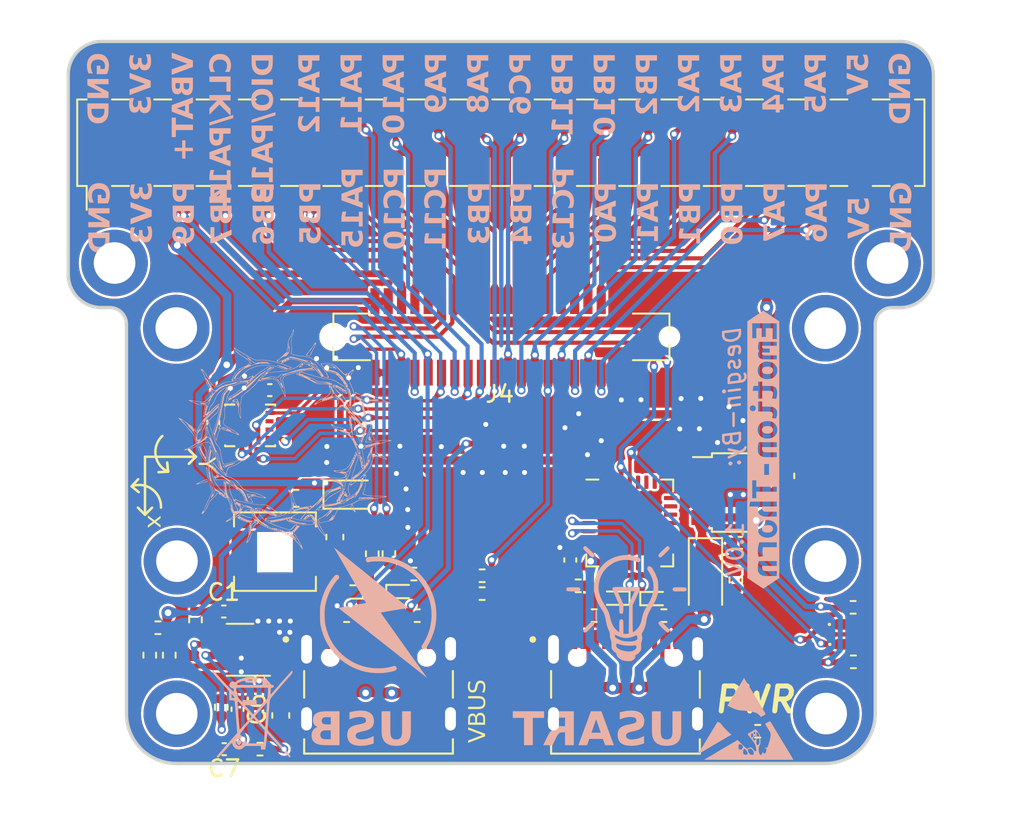
<source format=kicad_pcb>
(kicad_pcb (version 20221018) (generator pcbnew)
  (layers (0 "F.Cu" signal) (31 "B.Cu" signal) (34 "B.Paste" user) (35 "F.Paste" user) (36 "B.SilkS" user "B.Silkscreen") (37 "F.SilkS" user "F.Silkscreen") (38 "B.Mask" user) (39 "F.Mask" user) (44 "Edge.Cuts" user))
  (net 0 "")
  (net 1 "Net-(C1-Pad1)")
  (net 2 "Net-(U1-SW)")
  (net 3 "GND")
  (net 4 "3V3")
  (net 5 "VBUS1")
  (net 6 "Net-(U1-VCC)")
  (net 7 "VBUS")
  (net 8 "/TYPE-C/USART_USB_DN")
  (net 9 "/MCU.USB_DN")
  (net 10 "/TYPE-C/USART_USB_DP")
  (net 11 "/MCU.USB_DP")
  (net 12 "Net-(D7-A)")
  (net 13 "Net-(D8-A)")
  (net 14 "/VBAT_Pin")
  (net 15 "/SWCLK-L")
  (net 16 "/MCU.USB_CC1")
  (net 17 "/SWDIO-L")
  (net 18 "/IMU.BMI270_EXIT")
  (net 19 "/MCU.USB_CC2")
  (net 20 "/PA8")
  (net 21 "/PC6")
  (net 22 "/PB11")
  (net 23 "/PC13")
  (net 24 "/PB10")
  (net 25 "/PB2")
  (net 26 "/PA2")
  (net 27 "/PB0")
  (net 28 "/PA3")
  (net 29 "/PA7")
  (net 30 "/PA4")
  (net 31 "/PA6")
  (net 32 "/PA5")
  (net 33 "Net-(U1-BST)")
  (net 34 "Net-(U1-EN{slash}SYNC)")
  (net 35 "Net-(U1-PG)")
  (net 36 "Net-(U1-FB)")
  (net 37 "Net-(R4-Pad2)")
  (net 38 "Net-(U4-~{RST})")
  (net 39 "/TYPE-C/USART_USB_CC1")
  (net 40 "/TYPE-C/USART_USB_CC2")
  (net 41 "ADC_VBUS")
  (net 66 "USB_DP")
  (net 67 "USB_DN")
  (net 68 "/MCU.USART3_RX")
  (net 69 "/MCU.USART3_TX")
  (net 70 "/PB7")
  (net 71 "+5V")
  (net 72 "Net-(D9-A)")
  (net 73 "/IMU.BMI270_MOSI")
  (net 74 "/PA15")
  (net 75 "/PA0")
  (net 76 "/PB1")
  (net 77 "/IMU.BMI270_CS")
  (net 78 "/IMU.BMI270_MISO")
  (net 79 "/IMU.BMI270_CLK")
  (footprint "Diode_SMD:D_SOD-323" (layer "F.Cu") (at 127.925 93.25)
    (fp_text reference "D1" hide)
    (fp_text value "LESD3Z5.0CMT1G")
  )
  (footprint "Resistor_SMD:R_0402_1005Metric" (layer "F.Cu") (at 117.05 102.9 90)
    (fp_text reference "R4" hide)
    (fp_text value "51K")
  )
  (footprint "Resistor_SMD:R_0402_1005Metric" (layer "F.Cu") (at 131.75 98.025)
    (fp_text reference "R7" hide)
    (fp_text value "0R")
  )
  (footprint "Resistor_SMD:R_0402_1005Metric" (layer "F.Cu") (at 129.25 96.809999 90)
    (fp_text reference "R20" hide)
    (fp_text value "22R")
  )
  (footprint "Capacitor_SMD:C_0402_1005Metric" (layer "F.Cu") (at 141.15 97.18 -90)
    (fp_text reference "C8" hide)
    (fp_text value "1uF")
  )
  (footprint "Capacitor_SMD:C_0402_1005Metric" (layer "F.Cu") (at 123.09 86.97 180)
    (fp_text reference "C9" hide)
    (fp_text value "100nF")
  )
  (footprint "Thorn_Library:XDCR_BMI270" (layer "F.Cu") (at 121.91 89.09 180)
    (fp_text reference "U5" hide)
    (fp_text value "BMI270")
  )
  (footprint "LED_SMD:LED_0402_1005Metric_Pad0.77x0.64mm_HandSolder" (layer "F.Cu") (at 157.988934 101.05)
    (fp_text reference "D7" hide)
    (fp_text value "Blue")
  )
  (footprint "Connector_Wire:SolderWirePad_1x01_SMD_1x2mm" (layer "F.Cu") (at 136.91 106.9)
    (fp_text reference "J3" hide)
    (fp_text value "Conn_01x01_Pin")
  )
  (footprint "Package_DFN_QFN:QFN-28-1EP_5x5mm_P0.5mm_EP3.35x3.35mm" (layer "F.Cu") (at 144.725 94.955)
    (fp_text reference "U4" hide)
    (fp_text value "CP2102N-Axx-xQFN28")
  )
  (footprint "Resistor_SMD:R_0402_1005Metric" (layer "F.Cu") (at 116.365 101.25)
    (fp_text reference "R5" hide)
    (fp_text value "41.2K")
  )
  (footprint "Resistor_SMD:R_0402_1005Metric" (layer "F.Cu") (at 141.625 98.73)
    (fp_text reference "R8" hide)
    (fp_text value "10K")
  )
  (footprint "Thorn_Library:Typc-C-16P" (layer "F.Cu") (at 129.625 101.955)
    (fp_text reference "U3" hide)
    (fp_text value "USB_C_16P")
  )
  (footprint "Power_System:Afflatus-outline" (layer "F.Cu") (at 136.91 87.71)
    (fp_text reference "J4")
    (fp_text value "~")
    (fp_line (start -25.93373 -19.698018) (end -25.93373 -7.70125) (stroke (width 0.2)) (layer "Edge.Cuts"))
    (fp_line (start -23.93373 -21.698018) (end 24.06627 -21.698018) (stroke (width 0.2)) (layer "Edge.Cuts"))
    (fp_line (start -23.93373 -5.70125) (end -23.43373 -5.70125) (stroke (width 0.2)) (layer "Edge.Cuts"))
    (fp_line (start -22.43373 -4.460785) (end -22.43373 -4.70125) (stroke (width 0.2)) (layer "Edge.Cuts"))
    (fp_line (start -22.43373 18.698019) (end -22.43373 -4.460785) (stroke (width 0.2)) (layer "Edge.Cuts"))
    (fp_line (start -19.43373 21.698019) (end 19.56627 21.698019) (stroke (width 0.2)) (layer "Edge.Cuts"))
    (fp_line (start 22.56627 -4.70125) (end 22.56627 -4.460785) (stroke (width 0.2)) (layer "Edge.Cuts"))
    (fp_line (start 22.56627 -4.460785) (end 22.56627 18.698019) (stroke (width 0.2)) (layer "Edge.Cuts"))
    (fp_line (start 23.56627 -5.70125) (end 24.06627 -5.70125) (stroke (width 0.2)) (layer "Edge.Cuts"))
    (fp_line (start 26.06627 -19.698018) (end 26.06627 -7.70125) (stroke (width 0.2)) (layer "Edge.Cuts"))
    (fp_arc (start -25.93373 -19.698018) (mid -25.347944 -21.112232) (end -23.93373 -21.698018) (stroke (width 0.2)) (layer "Edge.Cuts"))
    (fp_arc (start -23.93373 -5.70125) (mid -25.347944 -6.287036) (end -25.93373 -7.70125) (stroke (width 0.2)) (layer "Edge.Cuts"))
    (fp_arc (start -23.43373 -5.70125) (mid -22.726623 -5.408357) (end -22.43373 -4.70125) (stroke (width 0.2)) (layer "Edge.Cuts"))
    (fp_arc (start -19.43373 21.698019) (mid -21.55505 20.819339) (end -22.43373 18.698019) (stroke (width 0.2)) (layer "Edge.Cuts"))
    (fp_arc (start 22.56627 -4.70125) (mid 22.85915 -5.408364) (end 23.56627 -5.70125) (stroke (width 0.2)) (layer "Edge.Cuts"))
    (fp_arc (start 22.56627 18.698019) (mid 21.687588 20.819337) (end 19.56627 21.698019) (stroke (width 0.2)) (layer "Edge.Cuts"))
    (fp_arc (start 24.06627 -21.698018) (mid 25.480474 -21.112237) (end 26.06627 -19.698018) (stroke (width 0.2)) (layer "Edge.Cuts"))
    (fp_arc (start 26.06627 -7.70125) (mid 25.48047 -6.287044) (end 24.06627 -5.70125) (stroke (width 0.2)) (layer "Edge.Cuts"))
  )
  (footprint "Resistor_SMD:R_0402_1005Metric" (layer "F.Cu") (at 135.85 99.2)
    (fp_text reference "R18" hide)
    (fp_text value "200K")
  )
  (footprint "Capacitor_SMD:C_0402_1005Metric" (layer "F.Cu") (at 120.325 100.275)
    (fp_text reference "C1")
    (fp_text value "100nF")
  )
  (footprint "Resistor_SMD:R_0402_1005Metric" (layer "F.Cu") (at 158.163934 103.3)
    (fp_text reference "R15" hide)
    (fp_text value "1K")
  )
  (footprint "Resistor_SMD:R_0402_1005Metric" (layer "F.Cu") (at 122.5 108.55 180)
    (fp_text reference "R3" hide)
    (fp_text value "100K")
  )
  (footprint "Inductor_SMD:L_Sunlord_MWSA0402S" (layer "F.Cu") (at 123.4 96.675)
    (fp_text reference "L1" hide)
    (fp_text value "L")
  )
  (footprint "Resistor_SMD:R_0402_1005Metric" (layer "F.Cu") (at 151.1 98.384999 -90)
    (fp_text reference "R13" hide)
    (fp_text value "0R")
  )
  (footprint "Resistor_SMD:R_0402_1005Metric" (layer "F.Cu") (at 146.773375 100.523375)
    (fp_text reference "R10" hide)
    (fp_text value "5.1K")
  )
  (footprint "Diode_SMD:D_SOD-123" (layer "F.Cu") (at 149.275 98.225 -90)
    (fp_text reference "D6" hide)
    (fp_text value "1N5819WS")
  )
  (footprint "Capacitor_SMD:C_0402_1005Metric" (layer "F.Cu") (at 119.69 88.91 90)
    (fp_text reference "C10" hide)
    (fp_text value "100nF")
  )
  (footprint "Diode_SMD:D_SOD-923" (layer "F.Cu") (at 143.850875 99.473375 180)
    (fp_text reference "D2" hide)
    (fp_text value "ESD9B5.0ST5G")
  )
  (footprint "Diode_SMD:D_SOD-923" (layer "F.Cu") (at 128.425 99.1 180)
    (fp_text reference "D3" hide)
    (fp_text value "ESD9B5.0ST5G")
  )
  (footprint "Capacitor_SMD:C_0603_1608Metric" (layer "F.Cu") (at 127 95.8 -90)
    (fp_text reference "C2" hide)
    (fp_text value "22uF")
  )
  (footprint "Capacitor_SMD:C_0603_1608Metric" (layer "F.Cu") (at 154.1 92.125 90)
    (fp_text reference "C14" hide)
    (fp_text value "22uF")
  )
  (footprint "Resistor_SMD:R_0402_1005Metric" (layer "F.Cu") (at 127.709999 100.525 180)
    (fp_text reference "R11" hide)
    (fp_text value "5.1K")
  )
  (footprint "Capacitor_SMD:C_0603_1608Metric" (layer "F.Cu") (at 123.75 106.525 -90)
    (fp_text reference "C4" hide)
    (fp_text value "10uF")
  )
  (footprint "LED_SMD:LED_0402_1005Metric_Pad0.77x0.64mm_HandSolder" (layer "F.Cu") (at 152.27 108.51)
    (fp_text reference "D9" hide)
    (fp_text value "Yllow")
  )
  (footprint "Power_System:BTB_0.8_2X20P_M" (layer "F.Cu") (at 137.01 83.77 90)
    (fp_text reference "j1" hide)
    (fp_text value "~")
  )
  (footprint "Resistor_SMD:R_0402_1005Metric" (layer "F.Cu") (at 131.95 100.525)
    (fp_text reference "R12" hide)
    (fp_text value "5.1K")
  )
  (footprint "Resistor_SMD:R_0402_1005Metric" (layer "F.Cu") (at 120.175 106.025 -90)
    (fp_text reference "R2" hide)
    (fp_text value "100K")
  )
  (footprint "Resistor_SMD:R_0402_1005Metric" (layer "F.Cu") (at 152.415002 107.472235)
    (fp_text reference "R22" hide)
    (fp_text value "3.3K")
  )
  (footprint "Resistor_SMD:R_0402_1005Metric" (layer "F.Cu") (at 135.85 98.125 180)
    (fp_text reference "R19" hide)
    (fp_text value "40.2K")
  )
  (footprint "Resistor_SMD:R_0402_1005Metric" (layer "F.Cu") (at 115.875 102.9 -90)
    (fp_text reference "R6" hide)
    (fp_text value "13K")
  )
  (footprint "Resistor_SMD:R_0402_1005Metric" (layer "F.Cu") (at 158.148933 100.025)
    (fp_text reference "R14" hide)
    (fp_text value "1K")
  )
  (footprint "Diode_SMD:D_SOD-923" (layer "F.Cu") (at 130.95 99.075)
    (fp_text reference "D5" hide)
    (fp_text value "ESD9B5.0ST5G")
  )
  (footprint "Capacitor_SMD:C_0402_1005Metric" (layer "F.Cu") (at 151.375 96.15)
    (fp_text reference "C13" hide)
    (fp_text value "10uF")
  )
  (footprint "Package_TO_SOT_SMD:SOT-89-3" (layer "F.Cu") (at 151.025 93.125)
    (fp_text reference "U6" hide)
    (fp_text value "AMS1117")
  )
  (footprint "Connector_PinHeader_2.54mm:PinHeader_2x20_P2.54mm_Vertical_SMD" (layer "F.Cu") (at 136.975 72.100001 90)
    (fp_text reference "J2" hide)
    (fp_text value "Conn_02x20_Odd_Even")
  )
  (footprint "Thorn_Library:Typc-C-16P" (layer "F.Cu") (at 144.466625 101.958375)
    (fp_text reference "U2" hide)
    (fp_text value "USB_C_16P")
  )
  (footprint "Resistor_SMD:R_0402_1005Metric" (layer "F.Cu") (at 142.588376 100.523375 180)
    (fp_text reference "R9" hide)
    (fp_text value "5.1K" hide)
  )
  (footprint "Resistor_SMD:R_0402_1005Metric" (layer "F.Cu") (at 130.25 96.8 90)
    (fp_text reference "R21" hide)
    (fp_text value "22R")
  )
  (footprint "Diode_SMD:D_SOD-923" (layer "F.Cu") (at 146.216625 99.498375)
    (fp_text reference "D4" hide)
    (fp_text value "ESD9B5.0ST5G" hide)
  )
  (footprint "Capacitor_SMD:C_0402_1005Metric" (layer "F.Cu") (at 120.35 108.55 180)
    (fp_text reference "C7")
    (fp_text value "100nF")
  )
  (footprint "Resistor_SMD:R_0402_1005Metric" (layer "F.Cu") (at 118.625 100.775 90)
    (fp_text reference "R1" hide)
    (fp_text value "22R")
  )
  (footprint "Capacitor_SMD:C_0402_1005Metric" (layer "F.Cu") (at 121.15 106.15 -90)
    (fp_text reference "C6")
    (fp_text value "100nF")
  )
  (footprint "Package_TO_SOT_SMD:TSOT-23-8" (layer "F.Cu") (at 121.3 102.575 180)
    (fp_text reference "U1" hide)
    (fp_text value "~")
  )
  (footprint "Capacitor_SMD:C_0603_1608Metric" (layer "F.Cu") (at 122.3 106.525 -90)
    (fp_text reference "C5" hide)
    (fp_text value "10uF")
  )
  (footprint "Capacitor_SMD:C_0603_1608Metric" (layer "F.Cu") (at 124.675 93.475)
    (fp_text reference "C3" hide)
    (fp_text value "22uF")
  )
  (footprint "LED_SMD:LED_0402_1005Metric_Pad0.77x0.64mm_HandSolder" (layer "F.Cu") (at 158.013934 102.250002)
    (fp_text reference "D8" hide)
    (fp_text value "Yellow")
  )
  (footprint "LOGO" (layer "B.Cu") (at 123.410275 89.602358 -45)
    (fp_text reference "G***" hide)
    (fp_text value "LOGO" hide)
  )
  (footprint "LOGO" (layer "B.Cu") (at 121.799227 106.324518 180)
    (fp_text reference "G***" hide)
    (fp_text value "LOGO" hide)
  )
  (footprint "LOGO" (layer "B.Cu") (at 129.6 100.325 180)
    (fp_text reference "G***" hide)
    (fp_text value "LOGO" hide)
  )
  (footprint "Thorn_Library:ESD_Logo" (layer "B.Cu") (at 151.6 106.675 180)
    (fp_text reference "G***" hide)
    (fp_text value "LOGO" hide)
  )
  (footprint "kibuzzard-63E5B3C4" (layer "B.Cu") (at 152.75 90.55 -90)
    (fp_text reference "kibuzzard-63E5B3C4" hide)
    (fp_text value "G***" hide)
  )
  (footprint "LOGO" (layer "B.Cu") (at 143.969234 99.832686 180)
    (fp_text reference "G***" hide)
    (fp_text value "LOGO" hide)
  )
  (gr_line (start 118.65 90.975) (end 118.225001 90.550001) (stroke (width 0.15)) (layer "F.SilkS"))
  (gr_line (start 114.787783 92.750749) (end 115.176691 92.326484) (stroke (width 0.15)) (layer "F.SilkS"))
  (gr_line (start 115.59 90.975) (end 118.65 90.975) (stroke (width 0.15)) (layer "F.SilkS"))
  (gr_line (start 116.975 91.874999) (end 116.925 91.325) (stroke (width 0.15)) (layer "F.SilkS"))
  (gr_line (start 116.925 91.325) (end 116.975 91.874999) (stroke (width 0.15)) (layer "F.SilkS"))
  (gr_line (start 118.65 90.975) (end 118.225001 91.399999) (stroke (width 0.15)) (layer "F.SilkS"))
  (gr_arc (start 114.787783 92.750749) (mid 116.01 92.92) (end 116.550118 94.029395) (stroke (width 0.15)) (layer "F.SilkS"))
  (gr_line (start 116.975 91.874999) (end 116.4 91.9) (stroke (width 0.15)) (layer "F.SilkS"))
  (gr_line (start 115.212047 93.104301) (end 114.787783 92.750749) (stroke (width 0.15)) (layer "F.SilkS"))
  (gr_line (start 115.59 90.98) (end 115.59 94.46) (stroke (width 0.15)) (layer "F.SilkS"))
  (gr_arc (start 116.975 91.874999) (mid 116.230451 90.891075) (end 116.632981 89.724701) (stroke (width 0.15)) (layer "F.SilkS"))
  (gr_line (start 115.59 94.46) (end 115.165 94.035) (stroke (width 0.15)) (layer "F.SilkS"))
  (gr_line (start 115.59 94.46) (end 116.015 94.035) (stroke (width 0.15)) (layer "F.SilkS"))
  (gr_text "PA12" (at 126.289474 66.675 90) (layer "B.SilkS") (effects (font (size 1.25 1.25) (thickness 0.2) bold italic) (justify left bottom mirror)))
  (gr_text "PA5" (at 156.715786 66.675 90) (layer "B.SilkS") (effects (font (size 1.25 1.25) (thickness 0.2) bold italic) (justify left bottom mirror)))
  (gr_text "PB7" (at 121.005526 74.44 90) (layer "B.SilkS") (effects (font (size 1.25 1.25) (thickness 0.2) bold italic) (justify left bottom mirror)))
  (gr_text "PB5" (at 126.34763 74.44 90) (layer "B.SilkS") (effects (font (size 1.25 1.25) (thickness 0.2) bold italic) (justify left bottom mirror)))
  (gr_text "PB3" (at 136.489734 74.44 90) (layer "B.SilkS") (effects (font (size 1.25 1.25) (thickness 0.2) bold italic) (justify left bottom mirror)))
  (gr_text "PC13" (at 141.560786 73.565611 90) (layer "B.SilkS") (effects (font (size 1.25 1.25) (thickness 0.2) bold italic) (justify left bottom mirror)))
  (gr_text "PC11" (at 133.870526 73.565611 90) (layer "B.SilkS") (effects (font (size 1.25 1.25) (thickness 0.2) bold italic) (justify left bottom mirror)))
  (gr_text "PB1" (at 149.167364 74.44 90) (layer "B.SilkS") (effects (font (size 1.25 1.25) (thickness 0.2) bold italic) (justify left bottom mirror)))
  (gr_text "USB" (at 131.825 108.65) (layer "B.SilkS") (effects (font (size 2 2) (thickness 0.2) bold italic) (justify left bottom mirror)))
  (gr_text "PA15" (at 128.883156 73.565611 90) (layer "B.SilkS") (effects (font (size 1.25 1.25) (thickness 0.2) bold italic) (justify left bottom mirror)))
  (gr_text "PC6" (at 138.967104 66.675 90) (layer "B.SilkS") (effects (font (size 1.25 1.25) (thickness 0.2) bold italic) (justify left bottom mirror)))
  (gr_text "Desgin-By:" (at 151.474999 83.025 90) (layer "B.SilkS") (effects (font (size 1 1) (thickness 0.15) italic) (justify left bottom mirror)))
  (gr_text "PA9" (at 133.896052 66.675 90) (layer "B.SilkS") (effects (font (size 1.25 1.25) (thickness 0.2) bold italic) (justify left bottom mirror)))
  (gr_text "5V" (at 159.251312 66.675 90) (layer "B.SilkS") (effects (font (size 1.25 1.25) (thickness 0.2) bold italic) (justify left bottom mirror)))
  (gr_text "VBAT+" (at 118.682896 66.675 90) (layer "B.SilkS") (effects (font (size 1.25 1.25) (thickness 0.2) bold italic) (justify left bottom mirror)))
  (gr_text "PA1" (at 146.631838 74.44 90) (layer "B.SilkS") (effects (font (size 1.25 1.25) (thickness 0.2) bold italic) (justify left bottom mirror)))
  (gr_text "GND" (at 161.786844 66.675 90) (layer "B.SilkS") (effects (font (size 1.25 1.25) (thickness 0.2) bold italic) (justify left bottom mirror)))
  (gr_text "3V3" (at 116.14737 66.675 90) (layer "B.SilkS") (effects (font (size 1.25 1.25) (thickness 0.2) bold italic) (justify left bottom mirror)))
  (gr_text "CLK/PA14" (at 120.94737 66.675 90) (layer "B.SilkS") (effects (font (size 1.25 1.25) (thickness 0.2) bold italic) (justify left bottom mirror)))
  (gr_text "1.0V" (at 151.65 94.8 90) (layer "B.SilkS") (effects (font (size 1 1)) (justify left bottom mirror)))
  (gr_text "PA8" (at 136.431578 66.675 90) (layer "B.SilkS") (effects (font (size 1.25 1.25) (thickness 0.2) bold italic) (justify left bottom mirror)))
  (gr_text "PB10" (at 144.038156 66.675 90) (layer "B.SilkS") (effects (font (size 1.25 1.25) (thickness 0.2) bold italic) (justify left bottom mirror)))
  (gr_text "PA4" (at 154.18026 66.675 90) (layer "B.SilkS") (effects (font (size 1.25 1.25) (thickness 0.2) bold italic) (justify left bottom mirror)))
  (gr_text "PA0" (at 144.096312 74.44 90) (layer "B.SilkS") (effects (font (size 1.25 1.25) (thickness 0.2) bold italic) (justify left bottom mirror)))
  (gr_text "PA11" (at 128.825 66.675 90) (layer "B.SilkS") (effects (font (size 1.25 1.25) (thickness 0.2) bold italic) (justify left bottom mirror)))
  (gr_text "5V" (at 159.309468 75.31439 90) (layer "B.SilkS") (effects (font (size 1.25 1.25) (thickness 0.2) bold italic) (justify left bottom mirror)))
  (gr_text "PB4" (at 139.02526 74.44 90) (layer "B.SilkS") (effects (font (size 1.25 1.25) (thickness 0.2) bold italic) (justify left bottom mirror)))
  (gr_text "GND" (at 113.67 74.44 90) (layer "B.SilkS") (effects (font (size 1.25 1.25) (thickness 0.2) bold italic) (justify left bottom mirror)))
  (gr_text "PB0" (at 151.70289 74.44 90) (layer "B.SilkS") (effects (font (size 1.25 1.25) (thickness 0.2) bold italic) (justify left bottom mirror)))
  (gr_text "PB2" (at 146.573682 66.675 90) (layer "B.SilkS") (effects (font (size 1.25 1.25) (thickness 0.2) bold italic) (justify left bottom mirror)))
  (gr_text "PA6" (at 156.773942 74.44 90) (layer "B.SilkS") (effects (font (size 1.25 1.25) (thickness 0.2) bold italic) (justify left bottom mirror)))
  (gr_text "3V3" (at 116.205526 74.44 90) (layer "B.SilkS") (effects (font (size 1.25 1.25) (thickness 0.2) bold italic) (justify left bottom mirror)))
  (gr_text "PB6" (at 123.541052 74.44 90) (layer "B.SilkS") (effects (font (size 1.25 1.25) (thickness 0.2) bold italic) (justify left bottom mirror)))
  (gr_text "PC10" (at 131.418682 73.565611 90) (layer "B.SilkS") (effects (font (size 1.25 1.25) (thickness 0.2) bold italic) (justify left bottom mirror)))
  (gr_text "PB9" (at 118.741052 74.44 90) (layer "B.SilkS") (effects (font (size 1.25 1.25) (thickness 0.2) bold italic) (justify left bottom mirror)))
  (gr_text "PA2" (at 149.109208 66.675 90) (layer "B.SilkS") (effects (font (size 1.25 1.25) (thickness 0.2) bold italic) (justify left bottom mirror)))
  (gr_text "PA10" (at 131.360526 66.675 90) (layer "B.SilkS") (effects (font (size 1.25 1.25) (thickness 0.2) bold italic) (justify left bottom mirror)))
  (gr_text "GND" (at 113.611844 66.675 90) (layer "B.SilkS") (effects (font (size 1.25 1.25) (thickness 0.2) bold italic) (justify left bottom mirror)))
  (gr_text "PB11" (at 141.50263 66.675 90) (layer "B.SilkS") (effects (font (size 1.25 1.25) (thickness 0.2) bold italic) (justify left bottom mirror)))
  (gr_text "PA3" (at 151.644734 66.675 90) (layer "B.SilkS") (effects (font (size 1.25 1.25) (thickness 0.2) bold italic) (justify left bottom mirror)))
  (gr_text "PA7" (at 154.238416 74.44 90) (layer "B.SilkS") (effects (font (size 1.25 1.25) (thickness 0.2) bold italic) (justify left bottom mirror)))
  (gr_text "USART" (at 148.075 108.65) (layer "B.SilkS") (effects (font (size 2 2) (thickness 0.2) bold italic) (justify left bottom mirror)))
  (gr_text "GND" (at 161.845 74.44 90) (layer "B.SilkS") (effects (font (size 1.25 1.25) (thickness 0.2) bold italic) (justify left bottom mirror)))
  (gr_text "DIO/PA13" (at 123.482896 66.675 90) (layer "B.SilkS") (effects (font (size 1.25 1.25) (thickness 0.2) bold italic) (justify left bottom mirror)))
  (gr_text "VBUS" (at 136.2 108.18 90) (layer "F.SilkS") (effects (font (size 1 1)) (justify left bottom)))
  (gr_text "x" (at 115.59 94.46 -90) (layer "F.SilkS") (effects (font (size 1 1)) (justify left bottom)))
  (gr_text "Y\n" (at 118.65 90.975 270) (layer "F.SilkS") (effects (font (size 1 1)) (justify left bottom)))
  (gr_text "PWR" (at 149.675 106.45) (layer "F.SilkS") (effects (font (size 1.5 1.5) (thickness 0.3) bold italic) (justify left bottom)))
  (segment (start 119.7575 100.275) (end 118.635 100.275) (width 0.3) (layer "F.Cu") (net 1))
  (segment (start 140.525 96.38) (end 140.6 96.455) (width 0.2) (layer "F.Cu") (net 3))
  (segment (start 147.283375 100.523375) (end 147.283375 100.145125) (width 0.3) (layer "F.Cu") (net 3))
  (segment (start 147.283375 100.145125) (end 146.636625 99.498375) (width 0.3) (layer "F.Cu") (net 3))
  (segment (start 143.128376 99.473375) (end 142.078376 100.523375) (width 0.3) (layer "F.Cu") (net 3))
  (segment (start 143.430875 99.473375) (end 143.128376 99.473375) (width 0.3) (layer "F.Cu") (net 3))
  (segment (start 140.575 96.43) (end 140.525 96.43) (width 0.2) (layer "F.Cu") (net 3))
  (segment (start 142.078376 100.523375) (end 141.416625 101.185126) (width 0.3) (layer "F.Cu") (net 3))
  (segment (start 141.15 96.7) (end 140.845 96.7) (width 0.2) (layer "F.Cu") (net 3))
  (segment (start 140.525 96.43) (end 140.525 96.38) (width 0.2) (layer "F.Cu") (net 3))
  (segment (start 140.845 96.7) (end 140.575 96.43) (width 0.2) (layer "F.Cu") (net 3))
  (segment (start 127.14 99.93) (end 127.14 100.465001) (width 0.25) (layer "F.Cu") (net 3))
  (segment (start 147.816625 101.958375) (end 147.816625 101.056625) (width 0.3) (layer "F.Cu") (net 3))
  (segment (start 147.816625 101.056625) (end 147.283375 100.523375) (width 0.3) (layer "F.Cu") (net 3))
  (segment (start 141.416625 101.185126) (end 141.416625 101.958375) (width 0.3) (layer "F.Cu") (net 3))
  (segment (start 123.75 107.3) (end 121.7325 107.3) (width 0.3) (layer "F.Cu") (net 3))
  (segment (start 121.7325 107.3) (end 121.15 106.7175) (width 0.3) (layer "F.Cu") (net 3))
  (via (at 121.375 103.9) (size 0.5) (drill 0.3) (layers "F.Cu" "B.Cu") (net 3))
  (via (at 131.39 95.22) (size 0.5) (drill 0.3) (layers "F.Cu" "B.Cu") (net 3))
  (via (at 140.525 96.43) (size 0.5) (drill 0.3) (layers "F.Cu" "B.Cu") (net 3))
  (via (at 151.53 88.8) (size 0.5) (drill 0.3) (layers "F.Cu" "B.Cu") (net 3))
  (via (at 123.675 101.525) (size 0.5) (drill 0.3) (layers "F.Cu" "B.Cu") (net 3))
  (via (at 124.3 101.525) (size 0.5) (drill 0.3) (layers "F.Cu" "B.Cu") (net 3))
  (via (at 142.182685 90.851457) (size 0.5) (drill 0.3) (layers "F.Cu" "B.Cu") (net 3))
  (via (at 130.7 91.98) (size 0.5) (drill 0.3) (layers "F.Cu" "B.Cu") (net 3))
  (via (at 141.657315 88.388543) (size 0.5) (drill 0.3) (layers "F.Cu" "B.Cu") (net 3))
  (via (at 150 90.12) (size 0.5) (drill 0.3) (layers "F.Cu" "B.Cu") (net 3))
  (via (at 127.06 85.04) (size 0.5) (drill 0.3) (layers "F.Cu" "B.Cu") (net 3))
  (via (at 140.83 89.23) (size 0.5) (drill 0.3) (layers "F.Cu" "B.Cu") (net 3))
  (via (at 145.4 87.55) (size 0.5) (drill 0.3) (layers "F.Cu" "B.Cu") (net 3))
  (via (at 123.675 100.85) (size 0.5) (drill 0.3) (layers "F.Cu" "B.Cu") (net 3))
  (via (at 131.54 97.23) (size 0.5) (drill 0.3) (layers "F.Cu" "B.Cu") (net 3))
  (via (at 138.4 91.92) (size 0.5) (drill 0.3) (layers "F.Cu" "B.Cu") (net 3))
  (via (at 137.24 91.92) (size 0.5) (drill 0.3) (layers "F.Cu" "B.Cu") (net 3))
  (via (at 123.025 100.85) (size 0.5) (drill 0.3) (layers "F.Cu" "B.Cu") (net 3))
  (via (at 128.57 90.34) (size 0.5) (drill 0.3) (layers "F.Cu" "B.Cu") (net 3))
  (via (at 120.72 86.86) (size 0.5) (drill 0.3) (layers "F.Cu" "B.Cu") (net 3))
  (via (at 130.91 90.34) (size 0.5) (drill 0.3) (layers "F.Cu" "B.Cu") (net 3))
  (via (at 134.71 91.92) (size 0.5) (drill 0.3) (layers "F.Cu" "B.Cu") (net 3))
  (via (at 133.4 90.37) (size 0.5) (drill 0.3) (layers "F.Cu" "B.Cu") (net 3))
  (via (at 131.28 92.91) (size 0.5) (drill 0.3) (layers "F.Cu" "B.Cu") (net 3))
  (via (at 121.375 103.075) (size 0.5) (drill 0.3) (layers "F.Cu" "B.Cu") (net 3))
  (via (at 147.81 87.48) (size 0.5) (drill 0.3) (layers "F.Cu" "B.Cu") (net 3))
  (via (at 125.9 85.075) (size 0.5) (drill 0.3) (layers "F.Cu" "B.Cu") (net 3))
  (via (at 126.51 85.64) (size 0.5) (drill 0.3) (layers "F.Cu" "B.Cu") (net 3))
  (via (at 147.73 89.3) (size 0.5) (drill 0.3) (layers "F.Cu" "B.Cu") (net 3))
  (via (at 143.01 90.01) (size 0.5) (drill 0.3) (layers "F.Cu" "B.Cu") (net 3))
  (via (at 136.07 89.03) (size 0.5) (drill 0.3) (layers "F.Cu" "B.Cu") (net 3))
  (via (at 135.864596 91.92) (size 0.5) (drill 0.3) (layers "F.Cu" "B.Cu") (net 3))
  (via (at 121.55 86.84) (size 0.5) (drill 0.3) (layers "F.Cu" "B.Cu") (net 3))
  (via (at 148.99 87.47) (size 0.5) (drill 0.3) (layers "F.Cu" "B.Cu") (net 3))
  (via (at 131.38 94.15) (size 0.5) (drill 0.3) (layers "F.Cu" "B.Cu") (net 3))
  (via (at 121.57 86.12) (size 0.5) (drill 0.3) (layers "F.Cu" "B.Cu") (net 3))
  (via (at 127.14 99.93) (size 0.5) (drill 0.3) (layers "F.Cu" "B.Cu") (net 3))
  (via (at 124.325 100.85) (size 0.5) (drill 0.3) (layers "F.Cu" "B.Cu") (net 3))
  (via (at 122.375 100.85) (size 0.5) (drill 0.3) (layers "F.Cu" "B.Cu") (net 3))
  (via (at 144.22 87.56) (size 0.5) (drill 0.3) (layers "F.Cu" "B.Cu") (net 3))
  (via (at 126.52 90.36) (size 0.5) (drill 0.3) (layers "F.Cu" "B.Cu") (net 3))
  (via (at 127.83 86.23) (size 0.5) (drill 0.3) (layers "F.Cu" "B.Cu") (net 3))
  (via (at 137.15 90.34) (size 0.5) (drill 0.3) (layers "F.Cu" "B.Cu") (net 3))
  (via (at 126.51 91.32) (size 0.5) (drill 0.3) (layers "F.Cu" "B.Cu") (net 3))
  (via (at 150.688543 87.972685) (size 0.5) (drill 0.3) (layers "F.Cu" "B.Cu") (net 3))
  (via (at 128.41 85.62) (size 0.5) (drill 0.3) (layers "F.Cu" "B.Cu") (net 3))
  (via (at 148.91 89.29) (size 0.5) (drill 0.3) (layers "F.Cu" "B.Cu") (net 3))
  (via (at 138.39 90.34) (size 0.5) (drill 0.3) (layers "F.Cu" "B.Cu") (net 3))
  (segment (start 156.15 99.975) (end 156.175 100) (width 0.3) (layer "F.Cu") (net 4))
  (segment (start 119.7 88.42) (end 119.7 86.25) (width 0.25) (layer "F.Cu") (net 4))
  (segment (start 156.2 99.975) (end 156.15 99.975) (width 0.3) (layer "F.Cu") (net 4))
  (segment (start 154.1 92.9) (end 153.875 93.125) (width 0.5) (layer "F.Cu") (net 4))
  (segment (start 127.33 87.65) (end 127.33 92.39) (width 0.4) (layer "F.Cu") (net 4))
  (segment (start 119.7 86.25) (end 120.5 85.45) (width 0.25) (layer "F.Cu") (net 4))
  (segment (start 132.26 98.025) (end 132.26 92.385) (width 0.5) (layer "F.Cu") (net 4))
  (segment (start 116.975 100.4) (end 116.975 100.35) (width 0.3) (layer "F.Cu") (net 4))
  (segment (start 127.5 92.04) (end 127.35 92.04) (width 0.4) (layer "F.Cu") (net 4))
  (segment (start 120.7475 88.34) (end 119.78 88.34) (width 0.2) (layer "F.Cu") (net 4))
  (segment (start 149.575 93.125) (end 151.125 91.575) (width 0.5) (layer "F.Cu") (net 4))
  (segment (start 115.385 74.625001) (end 115.385 76.085) (width 0.5) (layer "F.Cu") (net 4))
  (segment (start 151.905002 107.472235) (end 151.905002 106.434998) (width 0.3) (layer "F.Cu") (net 4))
  (segment (start 149.675 88.425) (end 142.975 88.425) (width 0.5) (layer "F.Cu") (net 4))
  (segment (start 122.62 83.6) (end 122.62 86.96) (width 0.4) (layer "F.Cu") (net 4))
  (segment (start 140.2 91.2) (end 131.075 91.2) (width 0.5) (layer "F.Cu") (net 4))
  (segment (start 122.41 88.1775) (end 122.41 87.17) (width 0.2) (layer "F.Cu") (net 4))
  (segment (start 130.21 81.62) (end 124.36 81.62) (width 0.4) (layer "F.Cu") (net 4))
  (segment (start 151.905002 106.434998) (end 155.015 103.325) (width 0.3) (layer "F.Cu") (net 4))
  (segment (start 128.025 92.1) (end 127.7925 92.3325) (width 0.4) (layer "F.Cu") (net 4))
  (segment (start 129.06 85.92) (end 127.33 87.65) (width 0.4) (layer "F.Cu") (net 4))
  (segment (start 151.125 89.875) (end 149.675 88.425) (width 0.5) (layer "F.Cu") (net 4))
  (segment (start 116.875 100.5) (end 116.975 100.4) (width 0.3) (layer "F.Cu") (net 4))
  (segment (start 157.638933 100.025) (end 156.2 100.025) (width 0.3) (layer "F.Cu") (net 4))
  (segment (start 157.653934 103.3) (end 156.65 103.325) (width 0.3) (layer "F.Cu") (net 4))
  (segment (start 128.925 91.2) (end 128.025 92.1) (width 0.5) (layer "F.Cu") (net 4))
  (segment (start 122.41 87.17) (end 122.61 86.97) (width 0.2) (layer "F.Cu") (net 4))
  (segment (start 127.9 92.1) (end 127.56 91.76) (width 0.4) (layer "F.Cu") (net 4))
  (segment (start 116.875 101.25) (end 116.875 100.5) (width 0.3) (layer "F.Cu") (net 4))
  (segment (start 156.2 100.025) (end 156.2 99.975) (width 0.3) (layer "F.Cu") (net 4))
  (segment (start 115.385 69.575001) (end 115.385 74.625001) (width 0.5) (layer "F.Cu") (net 4))
  (segment (start 130.21 85.92) (end 129.41 85.92) (width 0.2) (layer "F.Cu") (net 4))
  (segment (start 116.975 100.35) (end 117.025 100.35) (width 0.3) (layer "F.Cu") (net 4))
  (segment (start 127.33 92.39) (end 127.5325 92.5925) (width 0.4) (layer "F.Cu") (net 4))
  (segment (start 129.41 85.92) (end 129.06 85.92) (width 0.4) (layer "F.Cu") (net 4))
  (segment (start 155.015 103.325) (end 156.65 103.325) (width 0.3) (layer "F.Cu") (net 4))
  (segment (start 122.5 83.48) (end 122.62 83.6) (width 0.4) (layer "F.Cu") (net 4))
  (segment (start 115.385 76.085) (end 117.525 78.225) (width 0.5) (layer "F.Cu") (net 4))
  (segment (start 153.875 93.125) (end 151.675 93.125) (width 0.5) (layer "F.Cu") (net 4))
  (segment (start 117.525 78.225) (end 117.525 78.275) (width 0.5) (layer "F.Cu") (net 4))
  (segment (start 120.54 85.44) (end 124.36 81.62) (width 0.4) (layer "F.Cu") (net 4))
  (segment (start 132.26 92.385) (end 131.075 91.2) (width 0.5) (layer "F.Cu") (net 4))
  (segment (start 128.025 92.1) (end 127.9 92.1) (width 0.4) (layer "F.Cu") (net 4))
  (segment (start 151.125 91.575) (end 151.125 89.875) (width 0.5) (layer "F.Cu") (net 4))
  (segment (start 117.025 100.35) (end 116.925 100.45) (width 0.3) (layer "F.Cu") (net 4))
  (segment (start 131.075 91.2) (end 128.925 91.2) (width 0.5) (layer "F.Cu") (net 4))
  (segment (start 127.7925 92.3325) (end 126.875 93.25) (width 0.4) (layer "F.Cu") (net 4))
  (segment (start 142.975 88.425) (end 140.2 91.2) (width 0.5) (layer "F.Cu") (net 4))
  (segment (start 127.7925 92.3325) (end 127.5 92.04) (width 0.4) (layer "F.Cu") (net 4))
  (via (at 125.775 92.55) (size 0.5) (drill 0.3) (layers "F.Cu" "B.Cu") (net 4))
  (via (at 151.55 93.25) (size 0.5) (drill 0.3) (layers "F.Cu" "B.Cu") (net 4))
  (via (at 116.975 100.35) (size 0.8) (drill 0.4) (layers "F.Cu" "B.Cu") (net 4))
  (via (at 156.2 99.975) (size 0.5) (drill 0.3) (layers "F.Cu" "B.Cu") (net 4))
  (via (at 150.775 93.25) (size 0.5) (drill 0.3) (layers "F.Cu" "B.Cu") (net 4))
  (via (at 120.5 85.45) (size 0.8) (drill 0.4) (layers "F.Cu" "B.Cu") (net 4))
  (via (at 126.45 92.55) (size 0.5) (drill 0.3) (layers "F.Cu" "B.Cu") (net 4))
  (via (at 117.525 78.275) (size 0.8) (drill 0.4) (layers "F.Cu" "B.Cu") (net 4))
  (via (at 156.65 103.325) (size 0.5) (drill 0.3) (layers "F.Cu" "B.Cu") (net 4))
  (segment (start 120.175 98.875) (end 120.175 96.95) (width 0.3) (layer "B.Cu") (net 4))
  (segment (start 156.2 99.975) (end 155.325 99.975) (width 0.3) (layer "B.Cu") (net 4))
  (segment (start 120.175 96.95) (end 124.575 92.55) (width 0.3) (layer "B.Cu") (net 4))
  (segment (start 151.55 93.25) (end 150.775 93.25) (width 0.5) (layer "B.Cu") (net 4))
  (segment (start 155.325 99.975) (end 150.775 95.425) (width 0.3) (layer "B.Cu") (net 4))
  (segment (start 118.825 91.45) (end 119.925 92.55) (width 0.4) (layer "B.Cu") (net 4))
  (segment (start 120.525 85.525) (end 119.85 86.2) (width 0.5) (layer "B.Cu") (net 4))
  (segment (start 119.85 86.2) (end 118.825 87.225) (width 0.4) (layer "B.Cu") (net 4))
  (segment (start 124.575 92.55) (end 126.45 92.55) (width 0.3) (layer "B.Cu") (net 4))
  (segment (start 118.825 87.225) (end 118.825 91.45) (width 0.4) (layer "B.Cu") (net 4))
  (segment (start 120.525 81.275) (end 120.525 85.425) (width 0.5) (layer "B.Cu") (net 4))
  (segment (start 120.525 85.425) (end 120.5 85.45) (width 0.5) (layer "B.Cu") (net 4))
  (segment (start 156.725 99.975) (end 157.375 100.625) (width 0.3) (layer "B.Cu") (net 4))
  (segment (start 156.2 99.975) (end 156.725 99.975) (width 0.3) (layer "B.Cu") (net 4))
  (segment (start 157.375 100.625) (end 157.375 102.6) (width 0.3) (layer "B.Cu") (net 4))
  (segment (start 120.525 85.475) (end 120.525 85.525) (width 0.5) (layer "B.Cu") (net 4))
  (segment (start 117.525 78.275) (end 120.525 81.275) (width 0.5) (layer "B.Cu") (net 4))
  (segment (start 118.7 100.35) (end 120.175 98.875) (width 0.3) (layer "B.Cu") (net 4))
  (segment (start 150.775 95.425) (end 150.775 93.25) (width 0.3) (layer "B.Cu") (net 4))
  (segment (start 119.925 92.55) (end 126.45 92.55) (width 0.4) (layer "B.Cu") (net 4))
  (segment (start 116.975 100.35) (end 118.7 100.35) (width 0.3) (layer "B.Cu") (net 4))
  (segment (start 120.5 85.45) (end 120.525 85.475) (width 0.5) (layer "B.Cu") (net 4))
  (segment (start 157.375 102.6) (end 156.65 103.325) (width 0.3) (layer "B.Cu") (net 4))
  (segment (start 128.34675 105.17175) (end 128.84675 105.17175) (width 0.5) (layer "F.Cu") (net 5))
  (segment (start 135.34 102.57) (end 135.34 102.711371) (width 0.3) (layer "F.Cu") (net 5))
  (segment (start 130.42175 105.17175) (end 130.89675 105.17175) (width 0.5) (layer "F.Cu") (net 5))
  (segment (start 123.725 105.25) (end 123.725 105.725) (width 0.5) (layer "F.Cu") (net 5))
  (segment (start 135.34 102.711371) (end 132.879621 105.17175) (width 0.3) (layer "F.Cu") (net 5))
  (segment (start 130.89675 105.17175) (end 131.83 104.2385) (width 0.4) (layer "F.Cu") (net 5))
  (segment (start 120.2425 105.5825) (end 120.175 105.515) (width 0.5) (layer "F.Cu") (net 5))
  (segment (start 132.879621 105.17175) (end 130.89675 105.17175) (width 0.3) (layer "F.Cu") (net 5))
  (segment (start 128.84675 105.17175) (end 130.42175 105.17175) (width 0.5) (layer "F.Cu") (net 5))
  (segment (start 127.4 102.29175) (end 127.4 104.225) (width 0.25) (layer "F.Cu") (net 5))
  (segment (start 135.34 102.57) (end 135.34 104.64) (width 0.3) (layer "F.Cu") (net 5))
  (segment (start 131.83 104.2385) (end 131.83 102.29175) (width 0.25) (layer "F.Cu") (net 5))
  (segment (start 127.4 104.225) (end 128.34675 105.17175) (width 0.4) (layer "F.Cu") (net 5))
  (segment (start 123.75 105.75) (end 122.3 105.75) (width 0.5) (layer "F.Cu") (net 5))
  (segment (start 135.34 99.2) (end 135.34 102.57) (width 0.3) (layer "F.Cu") (net 5))
  (segment (start 135.34 104.64) (end 136.78 106.08) (width 0.3) (layer "F.Cu") (net 5))
  (segment (start 122.1325 105.5825) (end 120.2425 105.5825) (width 0.5) (layer "F.Cu") (net 5))
  (via (at 130.42175 105.17175) (size 0.8) (drill 0.4) (layers "F.Cu" "B.Cu") (net 5))
  (via (at 128.84675 105.17175) (size 0.8) (drill 0.4) (layers "F.Cu" "B.Cu") (net 5))
  (segment (start 121.475 108.55) (end 121.475 108.025) (width 0.3) (layer "F.Cu") (net 6))
  (segment (start 121.99 108.55) (end 121.475 108.55) (width 0.3) (layer "F.Cu") (net 6))
  (segment (start 119.225 102.9) (end 120.035 102.9) (width 0.2) (layer "F.Cu") (net 6))
  (segment (start 121.475 108.55) (end 120.9175 108.55) (width 0.3) (layer "F.Cu") (net 6))
  (via (at 121.475 107.95) (size 0.5) (drill 0.3) (layers "F.Cu" "B.Cu") (net 6))
  (via (at 119.225 102.9) (size 0.5) (drill 0.3) (layers "F.Cu" "B.Cu") (net 6))
  (segment (start 121.45 105.125) (end 121.475 107.95) (width 0.2) (layer "B.Cu") (net 6))
  (segment (start 119.225 102.9) (end 121.45 105.125) (width 0.2) (layer "B.Cu") (net 6))
  (segment (start 145.748375 104.873375) (end 146.681625 103.940125) (width 0.4) (layer "F.Cu") (net 7))
  (segment (start 149.275 99.875) (end 150.119999 99.875) (width 0.5) (layer "F.Cu") (net 7))
  (segment (start 149.2 100.75) (end 149.2 99.95) (width 0.5) (layer "F.Cu") (net 7))
  (segment (start 142.275 96.455) (end 142.275 97.155) (width 0.25) (layer "F.Cu") (net 7))
  (segment (start 145.273375 104.873375) (end 145.748375 104.873375) (width 0.5) (layer "F.Cu") (net 7))
  (segment (start 142.525 97.405) (end 143.225 97.405) (width 0.25) (layer "F.Cu") (net 7))
  (segment (start 142.251625 103.926625) (end 143.198375 104.873375) (width 0.4) (layer "F.Cu") (net 7))
  (segment (start 142.251625 101.993375) (end 142.251625 103.926625) (width 0.25) (layer "F.Cu") (net 7))
  (segment (start 141.97 97.66) (end 142.375 97.255) (width 0.3) (layer "F.Cu") (net 7))
  (segment (start 143.198375 104.873375) (end 143.698375 104.873375) (width 0.5) (layer "F.Cu") (net 7))
  (segment (start 141.15 97.66) (end 141.97 97.66) (width 0.3) (layer "F.Cu") (net 7))
  (segment (start 142.375 97.255) (end 142.525 97.405) (width 0.25) (layer "F.Cu") (net 7))
  (segment (start 143.698375 104.873375) (end 145.273375 104.873375) (width 0.5) (layer "F.Cu") (net 7))
  (segment (start 150.119999 99.875) (end 151.1 98.894999) (width 0.5) (layer "F.Cu") (net 7))
  (segment (start 146.681625 103.940125) (end 146.681625 101.993375) (width 0.25) (layer "F.Cu") (net 7))
  (segment (start 142.275 97.155) (end 142.375 97.255) (width 0.25) (layer "F.Cu") (net 7))
  (segment (start 141.115 98.73) (end 141.115 97.695) (width 0.3) (layer "F.Cu") (net 7))
  (via (at 149.2 100.75) (size 0.8) (drill 0.4) (layers "F.Cu" "B.Cu") (net 7))
  (via (at 145.273375 104.873375) (size 0.8) (drill 0.4) (layers "F.Cu" "B.Cu") (net 7))
  (via (at 143.698375 104.873375) (size 0.8) (drill 0.4) (layers "F.Cu" "B.Cu") (net 7))
  (via (at 142.375 97.255) (size 0.8) (drill 0.4) (layers "F.Cu" "B.Cu") (net 7))
  (segment (start 145.273375 104.873375) (end 145.273375 103.751625) (width 0.5) (layer "B.Cu") (net 7))
  (segment (start 145.273375 103.751625) (end 148.275 100.75) (width 0.5) (layer "B.Cu") (net 7))
  (segment (start 143.698375 104.873375) (end 143.698375 103.523375) (width 0.5) (layer "B.Cu") (net 7))
  (segment (start 142.325 102.15) (end 142.325 97.305) (width 0.5) (layer "B.Cu") (net 7))
  (segment (start 142.325 97.305) (end 142.375 97.255) (width 0.5) (layer "B.Cu") (net 7))
  (segment (start 143.698375 103.523375) (end 142.325 102.15) (width 0.5) (layer "B.Cu") (net 7))
  (segment (start 148.275 100.75) (end 149.2 100.75) (width 0.5) (layer "B.Cu") (net 7))
  (segment (start 144.716625 98.653375) (end 144.716625 99.027625) (width 0.2) (layer "F.Cu") (net 8))
  (segment (start 143.973375 100.798375) (end 144.448375 100.798375) (width 0.2) (layer "F.Cu") (net 8))
  (segment (start 142.250001 95.430001) (end 141.414191 95.430001) (width 0.2) (layer "F.Cu") (net 8))
  (segment (start 144.716625 99.027625) (end 144.270875 99.473375) (width 0.2) (layer "F.Cu") (net 8))
  (segment (start 144.716625 101.373375) (end 144.716625 99.919125) (width 0.2) (layer "F.Cu") (net 8))
  (segment (start 141.414191 95.430001) (end 141.264192 95.58) (width 0.2) (layer "F.Cu") (net 8))
  (segment (start 144.716625 99.919125) (end 144.270875 99.473375) (width 0.2) (layer "F.Cu") (net 8))
  (segment (start 144.716625 101.066625) (end 144.716625 101.373375) (width 0.2) (layer "F.Cu") (net 8))
  (segment (start 143.716625 101.055125) (end 143.973375 100.798375) (width 0.2) (layer "F.Cu") (net 8))
  (segment (start 143.716625 101.958375) (end 143.716625 101.055125) (width 0.2) (layer "F.Cu") (net 8))
  (segment (start 144.448375 100.798375) (end 144.716625 101.066625) (width 0.2) (layer "F.Cu") (net 8))
  (segment (start 144.716625 101.373375) (end 144.716625 101.958375) (width 0.2) (layer "F.Cu") (net 8))
  (via (at 141.264192 95.58) (size 0.5) (drill 0.3) (layers "F.Cu" "B.Cu") (net 8))
  (via (at 144.716625 98.653375) (size 0.5) (drill 0.3) (layers "F.Cu" "B.Cu") (net 8))
  (segment (start 144.866624 98.503376) (end 144.716625 98.653375) (width 0.2) (layer "B.Cu") (net 8))
  (segment (start 141.264192 95.58) (end 141.414191 95.430001) (width 0.2) (layer "B.Cu") (net 8))
  (segment (start 144.061801 95.430001) (end 144.866624 96.234824) (width 0.2) (layer "B.Cu") (net 8))
  (segment (start 141.414191 95.430001) (end 144.061801 95.430001) (width 0.2) (layer "B.Cu") (net 8))
  (segment (start 144.866624 96.234824) (end 144.866624 98.503376) (width 0.2) (layer "B.Cu") (net 8))
  (segment (start 128.845 99.1) (end 128.875 99.13) (width 0.2) (layer "F.Cu") (net 9))
  (segment (start 129.25 97.319999) (end 129.25 98.695) (width 0.2) (layer "F.Cu") (net 9))
  (segment (start 129.875 101.955) (end 129.875 100.85) (width 0.2) (layer "F.Cu") (net 9))
  (segment (start 129.875 100.85) (end 129.675 100.65) (width 0.2) (layer "F.Cu") (net 9))
  (segment (start 129.25 98.695) (end 128.845 99.1) (width 0.2) (layer "F.Cu") (net 9))
  (segment (start 128.875 99.13) (end 128.875 101.955) (width 0.2) (layer "F.Cu") (net 9))
  (segment (start 128.875 100.875) (end 128.875 101.955) (width 0.2) (layer "F.Cu") (net 9))
  (segment (start 129.1 100.65) (end 128.875 100.875) (width 0.2) (layer "F.Cu") (net 9))
  (segment (start 129.675 100.65) (end 129.1 100.65) (width 0.2) (layer "F.Cu") (net 9))
  (segment (start 145.216625 99.903375) (end 145.621625 99.498375) (width 0.2) (layer "F.Cu") (net 10))
  (segment (start 145.621625 99.498375) (end 145.796625 99.498375) (width 0.2) (layer "F.Cu") (net 10))
  (segment (start 145.216625 101.958375) (end 145.216625 99.903375) (width 0.2) (layer "F.Cu") (net 10))
  (segment (start 141.414191 94.979999) (end 141.264192 94.83) (width 0.2) (layer "F.Cu") (net 10))
  (segment (start 144.498375 103.098375) (end 144.896625 103.098375) (width 0.2) (layer "F.Cu") (net 10))
  (segment (start 145.216625 102.778375) (end 145.216625 101.958375) (width 0.2) (layer "F.Cu") (net 10))
  (segment (start 145.466625 99.168375) (end 145.796625 99.498375) (width 0.2) (layer "F.Cu") (net 10))
  (segment (start 144.896625 103.098375) (end 145.216625 102.778375) (width 0.2) (layer "F.Cu") (net 10))
  (segment (start 145.466625 98.653375) (end 145.466625 99.168375) (width 0.2) (layer "F.Cu") (net 10))
  (segment (start 144.216625 101.958375) (end 144.216625 102.816625) (width 0.2) (layer "F.Cu") (net 10))
  (segment (start 142.250001 94.979999) (end 141.414191 94.979999) (width 0.2) (layer "F.Cu") (net 10))
  (segment (start 144.216625 102.816625) (end 144.498375 103.098375) (width 0.2) (layer "F.Cu") (net 10))
  (via (at 145.466625 98.653375) (size 0.5) (drill 0.3) (layers "F.Cu" "B.Cu") (net 10))
  (via (at 141.264192 94.83) (size 0.5) (drill 0.3) (layers "F.Cu" "B.Cu") (net 10))
  (segment (start 144.248199 94.979999) (end 145.316626 96.048426) (width 0.2) (layer "B.Cu") (net 10))
  (segment (start 145.316626 98.503376) (end 145.466625 98.653375) (width 0.2) (layer "B.Cu") (net 10))
  (segment (start 141.264192 94.83) (end 141.414191 94.979999) (width 0.2) (layer "B.Cu") (net 10))
  (segment (start 145.316626 96.048426) (end 145.316626 98.503376) (width 0.2) (layer "B.Cu") (net 10))
  (segment (start 141.414191 94.979999) (end 144.248199 94.979999) (width 0.2) (layer "B.Cu") (net 10))
  (segment (start 130.965 98.025) (end 130.25 97.31) (width 0.2) (layer "F.Cu") (net 11))
  (segment (start 130.53 99.075) (end 130.53 97.59) (width 0.2) (layer "F.Cu") (net 11))
  (segment (start 131.24 98.025) (end 130.965 98.025) (width 0.2) (layer "F.Cu") (net 11))
  (segment (start 130.125 103.125) (end 130.375 102.875) (width 0.2) (layer "F.Cu") (net 11))
  (segment (start 129.375 101.955) (end 129.375 102.875) (width 0.2) (layer "F.Cu") (net 11))
  (segment (start 130.375 102.875) (end 130.375 101.955) (width 0.2) (layer "F.Cu") (net 11))
  (segment (start 130.375 99.23) (end 130.375 101.955) (width 0.2) (layer "F.Cu") (net 11))
  (segment (start 130.53 99.075) (end 130.375 99.23) (width 0.2) (layer "F.Cu") (net 11))
  (segment (start 130.53 97.59) (end 130.25 97.31) (width 0.2) (layer "F.Cu") (net 11))
  (segment (start 129.625 103.125) (end 130.125 103.125) (width 0.2) (layer "F.Cu") (net 11))
  (segment (start 129.375 102.875) (end 129.625 103.125) (width 0.2) (layer "F.Cu") (net 11))
  (segment (start 158.561434 101.05) (end 158.561434 100.122499) (width 0.3) (layer "F.Cu") (net 12))
  (segment (start 158.586434 102.250002) (end 158.586434 103.2125) (width 0.3) (layer "F.Cu") (net 13))
  (segment (start 131.01 80.57) (end 130.415 79.975) (width 0.4) (layer "F.Cu") (net 14))
  (segment (start 130.415 79.975) (end 122.125 79.975) (width 0.4) (layer "F.Cu") (net 14))
  (segment (start 119.175 71.625) (end 117.925 70.375) (width 0.4) (layer "F.Cu") (net 14))
  (segment (start 122.125 79.975) (end 119.175 77.025) (width 0.4) (layer "F.Cu") (net 14))
  (segment (start 119.175 77.025) (end 119.175 71.625) (width 0.4) (layer "F.Cu") (net 14))
  (segment (start 131.01 81.62) (end 131.01 80.57) (width 0.4) (layer "F.Cu") (net 14))
  (segment (start 121.825 72.025) (end 121.825 76.3) (width 0.25) (layer "F.Cu") (net 15))
  (segment (start 131.81 80.18) (end 131.81 81.62) (width 0.25) (layer "F.Cu") (net 15))
  (segment (start 121.825 76.3) (end 124.705 79.18) (width 0.25) (layer "F.Cu") (net 15))
  (segment (start 120.465 70.665) (end 121.825 72.025) (width 0.25) (layer "F.Cu") (net 15))
  (segment (start 124.705 79.18) (end 130.81 79.18) (width 0.25) (layer "F.Cu") (net 15))
  (segment (start 130.81 79.18) (end 131.81 80.18) (width 0.25) (layer "F.Cu") (net 15))
  (segment (start 127.925 99.875) (end 127.875 99.875) (width 0.2) (layer "F.Cu") (net 16))
  (segment (start 127.875 99.875) (end 127.925 99.925) (width 0.2) (layer "F.Cu") (net 16))
  (segment (start 132.575 84.8) (end 132.575 85.955) (width 0.25) (layer "F.Cu") (net 16))
  (segment (start 128.219999 100.169999) (end 127.925 99.875) (width 0.3) (layer "F.Cu") (net 16))
  (segment (start 128.375 101.955) (end 128.375 100.680001) (width 0.2) (layer "F.Cu") (net 16))
  (segment (start 127.925 99.925) (end 127.925 99.875) (width 0.2) (layer "F.Cu") (net 16))
  (segment (start 123.005 74.625001) (end 123.005 76.455) (width 0.25) (layer "F.Cu") (net 16))
  (segment (start 123.005 76.455) (end 123.025 76.475) (width 0.25) (layer "F.Cu") (net 16))
  (segment (start 128.219999 100.525) (end 128.219999 100.169999) (width 0.3) (layer "F.Cu") (net 16))
  (via (at 132.575 84.8) (size 0.5) (drill 0.3) (layers "F.Cu" "B.Cu") (net 16))
  (via (at 127.925 99.875) (size 0.5) (drill 0.3) (layers "F.Cu" "B.Cu") (net 16))
  (via (at 123.025 76.475) (size 0.5) (drill 0.3) (layers "F.Cu" "B.Cu") (net 16))
  (segment (start 123.025 78.675) (end 123.025 76.475) (width 0.25) (layer "B.Cu") (net 16))
  (segment (start 132.575 84.8) (end 132.575 84.765) (width 0.25) (layer "B.Cu") (net 16))
  (segment (start 132.575 84.8) (end 132.575 95.225) (width 0.25) (layer "B.Cu") (net 16))
  (segment (start 125.475 81.125) (end 123.025 78.675) (width 0.25) (layer "B.Cu") (net 16))
  (segment (start 132.575 84.765) (end 128.935 81.125) (width 0.25) (layer "B.Cu") (net 16))
  (segment (start 128.935 81.125) (end 125.475 81.125) (width 0.25) (layer "B.Cu") (net 16))
  (segment (start 132.575 95.225) (end 127.925 99.875) (width 0.25) (layer "B.Cu") (net 16))
  (segment (start 124.3 72.1) (end 124.3 76.9) (width 0.25) (layer "F.Cu") (net 17))
  (segment (start 125.94 78.54) (end 130.97 78.54) (width 0.25) (layer "F.Cu") (net 17))
  (segment (start 132.61 80.18) (end 132.61 81.62) (width 0.25) (layer "F.Cu") (net 17))
  (segment (start 124.3 76.9) (end 125.94 78.54) (width 0.25) (layer "F.Cu") (net 17))
  (segment (start 130.97 78.54) (end 132.61 80.18) (width 0.25) (layer "F.Cu") (net 17))
  (segment (start 123.005 70.805) (end 124.3 72.1) (width 0.25) (layer "F.Cu") (net 17))
  (segment (start 131.01 84.84) (end 130.98 84.81) (width 0.2) (layer "F.Cu") (net 18))
  (segment (start 130.68 84.51) (end 130.98 84.81) (width 0.2) (layer "F.Cu") (net 18))
  (segment (start 117.925 74.625001) (end 117.925 76.475) (width 0.25) (layer "F.Cu") (net 18))
  (segment (start 124.73 88.34) (end 128.56 84.51) (width 0.2) (layer "F.Cu") (net 18))
  (segment (start 131.01 85.92) (end 131.01 84.84) (width 0.2) (layer "F.Cu") (net 18))
  (segment (start 128.56 84.51) (end 130.68 84.51) (width 0.2) (layer "F.Cu") (net 18))
  (segment (start 123.0725 88.34) (end 124.73 88.34) (width 0.2) (layer "F.Cu") (net 18))
  (via (at 130.98 84.81) (size 0.5) (drill 0.3) (layers "F.Cu" "B.Cu") (net 18))
  (via (at 117.925 76.475) (size 0.5) (drill 0.3) (layers "F.Cu" "B.Cu") (net 18))
  (segment (start 128.225 82.025) (end 123.475 82.025) (width 0.25) (layer "B.Cu") (net 18))
  (segment (start 123.475 82.025) (end 117.925 76.475) (width 0.25) (layer "B.Cu") (net 18))
  (segment (start 128.275 82.025) (end 128.225 82.025) (width 0.25) (layer "B.Cu") (net 18))
  (segment (start 131.025 84.775) (end 128.275 82.025) (width 0.25) (layer "B.Cu") (net 18))
  (segment (start 131.59 99.91) (end 131.6 99.91) (width 0.3) (layer "F.Cu") (net 19))
  (segment (start 135.92 90.19) (end 137.41 88.7) (width 0.25) (layer "F.Cu") (net 19))
  (segment (start 137.41 88.7) (end 137.41 85.92) (width 0.25) (layer "F.Cu") (net 19))
  (segment (start 131.375 101.955) (end 131.375 100.59) (width 0.2) (layer "F.Cu") (net 19))
  (segment (start 131.44 100.07) (end 131.59 99.92) (width 0.3) (layer "F.Cu") (net 19))
  (segment (start 131.44 100.525) (end 131.44 100.07) (width 0.3) (layer "F.Cu") (net 19))
  (segment (start 134.89 90.19) (end 135.92 90.19) (width 0.25) (layer "F.Cu") (net 19))
  (segment (start 131.59 99.92) (end 131.59 99.91) (width 0.3) (layer "F.Cu") (net 19))
  (segment (start 137.41 85.92) (end 137.41 84.8) (width 0.25) (layer "F.Cu") (net 19))
  (segment (start 138.12 71.9) (end 138.12 69.700001) (width 0.25) (layer "F.Cu") (net 19))
  (segment (start 131.6 99.91) (end 131.57 99.94) (width 0.3) (layer "F.Cu") (net 19))
  (via (at 137.41 84.8) (size 0.5) (drill 0.3) (layers "F.Cu" "B.Cu") (net 19))
  (via (at 131.59 99.91) (size 0.5) (drill 0.3) (layers "F.Cu" "B.Cu") (net 19))
  (via (at 134.89 90.19) (size 0.5) (drill 0.3) (layers "F.Cu" "B.Cu") (net 19))
  (via (at 138.12 71.9) (size 0.5) (drill 0.3) (layers "F.Cu" "B.Cu") (net 19))
  (segment (start 133.82 97.68) (end 131.59 99.91) (width 0.3) (layer "B.Cu") (net 19))
  (segment (start 138.09 71.9) (end 138.12 71.9) (width 0.25) (layer "B.Cu") (net 19))
  (segment (start 138.12 71.87) (end 138.08 71.91) (width 0.25) (layer "B.Cu") (net 19))
  (segment (start 134.89 90.19) (end 133.82 91.26) (width 0.3) (layer "B.Cu") (net 19))
  (segment (start 137.41 72.58) (end 138.09 71.9) (width 0.25) (layer "B.Cu") (net 19))
  (segment (start 133.82 91.26) (end 133.82 97.68) (width 0.3) (layer "B.Cu") (net 19))
  (segment (start 137.41 84.8) (end 137.41 72.58) (width 0.25) (layer "B.Cu") (net 19))
  (segment (start 138.12 71.9) (end 138.12 71.87) (width 0.25) (layer "B.Cu") (net 19))
  (segment (start 136.61 77.475) (end 136.61 81.62) (width 0.25) (layer "F.Cu") (net 20))
  (segment (start 135.705 74.625001) (end 135.705 76.57) (width 0.25) (layer "F.Cu") (net 20))
  (segment (start 135.705 76.57) (end 136.61 77.475) (width 0.25) (layer "F.Cu") (net 20))
  (segment (start 137.41 77.465) (end 137.41 81.62) (width 0.25) (layer "F.Cu") (net 21))
  (segment (start 138.245 74.625001) (end 138.275 76.6) (width 0.25) (layer "F.Cu") (net 21))
  (segment (start 138.275 76.6) (end 137.41 77.465) (width 0.25) (layer "F.Cu") (net 21))
  (segment (start 138.21 81.62) (end 138.21 78.24) (width 0.25) (layer "F.Cu") (net 22))
  (segment (start 138.21 78.24) (end 140.785 75.665) (width 0.25) (layer "F.Cu") (net 22))
  (segment (start 140.79 71.83) (end 140.79 69.580001) (width 0.25) (layer "F.Cu") (net 23))
  (segment (start 138.21 85.92) (end 138.21 86.98) (width 0.25) (layer "F.Cu") (net 23))
  (via (at 140.79 71.83) (size 0.5) (drill 0.3) (layers "F.Cu" "B.Cu") (net 23))
  (via (at 138.21 86.98) (size 0.5) (drill 0.3) (layers "F.Cu" "B.Cu") (net 23))
  (segment (start 138.21 84.18) (end 140 82.39) (width 0.25) (layer "B.Cu") (net 23))
  (segment (start 140 72.62) (end 140.79 71.83) (width 0.25) (layer "B.Cu") (net 23))
  (segment (start 138.21 86.98) (end 138.21 84.18) (width 0.25) (layer "B.Cu") (net 23))
  (segment (start 140 82.39) (end 140 72.62) (width 0.25) (layer "B.Cu") (net 23))
  (segment (start 143.325 75.785) (end 139.01 80.1) (width 0.25) (layer "F.Cu") (net 24))
  (segment (start 139.01 80.1) (end 139.01 81.62) (width 0.25) (layer "F.Cu") (net 24))
  (segment (start 139.81 80.15) (end 139.81 81.62) (width 0.25) (layer "F.Cu") (net 25))
  (segment (start 143.93 77.61) (end 142.35 77.61) (width 0.25) (layer "F.Cu") (net 25))
  (segment (start 145.865 75.675) (end 143.93 77.61) (width 0.25) (layer "F.Cu") (net 25))
  (segment (start 142.35 77.61) (end 139.81 80.15) (width 0.25) (layer "F.Cu") (net 25))
  (segment (start 140.61 85.92) (end 140.61 84.91) (width 0.25) (layer "F.Cu") (net 26))
  (segment (start 140.61 84.91) (end 140.63 84.89) (width 0.25) (layer "F.Cu") (net 26))
  (segment (start 147.39 71.58) (end 148.405 70.565) (width 0.25) (layer "F.Cu") (net 26))
  (segment (start 140.68 84.84) (end 140.64 84.88) (width 0.25) (layer "F.Cu") (net 26))
  (segment (start 140.63 84.89) (end 140.63 84.84) (width 0.25) (layer "F.Cu") (net 26))
  (segment (start 140.63 84.84) (end 140.68 84.84) (width 0.25) (layer "F.Cu") (net 26))
  (via (at 147.39 71.58) (size 0.5) (drill 0.3) (layers "F.Cu" "B.Cu") (net 26))
  (via (at 140.63 84.84) (size 0.5) (drill 0.3) (layers "F.Cu" "B.Cu") (net 26))
  (segment (start 140.63 84.5) (end 140.63 84.84) (width 0.25) (layer "B.Cu") (net 26))
  (segment (start 147.39 71.58) (end 147.39 77.74) (width 0.25) (layer "B.Cu") (net 26))
  (segment (start 147.39 77.74) (end 140.63 84.5) (width 0.25) (layer "B.Cu") (net 26))
  (segment (start 148.08 78.6) (end 150.945 75.735) (width 0.25) (layer "F.Cu") (net 27))
  (segment (start 142.99 78.6) (end 148.08 78.6) (width 0.25) (layer "F.Cu") (net 27))
  (segment (start 141.41 81.62) (end 141.41 80.18) (width 0.25) (layer "F.Cu") (net 27))
  (segment (start 141.41 80.18) (end 142.99 78.6) (width 0.25) (layer "F.Cu") (net 27))
  (segment (start 150.88 71.71) (end 150.88 69.640001) (width 0.25) (layer "F.Cu") (net 28))
  (segment (start 141.44 87.02) (end 141.41 86.99) (width 0.25) (layer "F.Cu") (net 28))
  (segment (start 141.41 86.99) (end 141.41 85.92) (width 0.25) (layer "F.Cu") (net 28))
  (via (at 150.88 71.71) (size 0.5) (drill 0.3) (layers "F.Cu" "B.Cu") (net 28))
  (via (at 141.44 87.02) (size 0.5) (drill 0.3) (layers "F.Cu" "B.Cu") (net 28))
  (segment (start 141.44 87.02) (end 141.44 84.61) (width 0.25) (layer "B.Cu") (net 28))
  (segment (start 149.84 72.75) (end 150.88 71.71) (width 0.25) (layer "B.Cu") (net 28))
  (segment (start 149.84 76.21) (end 149.84 72.75) (width 0.25) (layer "B.Cu") (net 28))
  (segment (start 141.44 84.61) (end 149.84 76.21) (width 0.25) (layer "B.Cu") (net 28))
  (segment (start 142.21 80.25) (end 143.41 79.05) (width 0.25) (layer "F.Cu") (net 29))
  (segment (start 152.24 71.95) (end 153.485 70.705) (width 0.25) (layer "F.Cu") (net 29))
  (segment (start 143.41 79.05) (end 149.19 79.05) (width 0.25) (layer "F.Cu") (net 29))
  (segment (start 152.24 76) (end 152.24 71.95) (width 0.25) (layer "F.Cu") (net 29))
  (segment (start 142.21 81.62) (end 142.21 80.25) (width 0.25) (layer "F.Cu") (net 29))
  (segment (start 149.19 79.05) (end 152.24 76) (width 0.25) (layer "F.Cu") (net 29))
  (segment (start 153.485 76.085) (end 152.81 76.76) (width 0.25) (layer "F.Cu") (net 30))
  (segment (start 142.24 84.87) (end 142.21 84.9) (width 0.25) (layer "F.Cu") (net 30))
  (segment (start 142.21 85.92) (end 142.21 84.9) (width 0.25) (layer "F.Cu") (net 30))
  (segment (start 153.485 74.625001) (end 153.485 76.085) (width 0.25) (layer "F.Cu") (net 30))
  (via (at 152.81 76.76) (size 0.5) (drill 0.3) (layers "F.Cu" "B.Cu") (net 30))
  (via (at 142.24 84.87) (size 0.5) (drill 0.3) (layers "F.Cu" "B.Cu") (net 30))
  (segment (start 142.24 84.87) (end 142.24 84.7) (width 0.25) (layer "B.Cu") (net 30))
  (segment (start 142.24 84.7) (end 150.18 76.76) (width 0.25) (layer "B.Cu") (net 30))
  (segment (start 150.18 76.76) (end 152.81 76.76) (width 0.25) (layer "B.Cu") (net 30))
  (segment (start 143.01 81.62) (end 143.01 80.38) (width 0.25) (layer "F.Cu") (net 31))
  (segment (start 143.81 79.58) (end 151.255001 79.58) (width 0.25) (layer "F.Cu") (net 31))
  (segment (start 154.85 71.77) (end 156.025 70.595) (width 0.25) (layer "F.Cu") (net 31))
  (segment (start 154.85 75.985001) (end 154.85 71.77) (width 0.25) (layer "F.Cu") (net 31))
  (segment (start 151.255001 79.58) (end 154.85 75.985001) (width 0.25) (layer "F.Cu") (net 31))
  (segment (start 143.01 80.38) (end 143.81 79.58) (width 0.25) (layer "F.Cu") (net 31))
  (segment (start 155.32 77.35) (end 156.025 76.645) (width 0.25) (layer "F.Cu") (net 32))
  (segment (start 143.01 85.92) (end 143.01 87.01) (width 0.25) (layer "F.Cu") (net 32))
  (segment (start 156.025 76.645) (end 156.025 74.625001) (width 0.25) (layer "F.Cu") (net 32))
  (via (at 143.02 87.05) (size 0.5) (drill 0.3) (layers "F.Cu" "B.Cu") (net 32))
  (via (at 155.32 77.35) (size 0.5) (drill 0.3) (layers "F.Cu" "B.Cu") (net 32))
  (segment (start 155.32 77.35) (end 155.32 77.28) (width 0.25) (layer "B.Cu") (net 32))
  (segment (start 150.97 77.35) (end 155.32 77.35) (width 0.25) (layer "B.Cu") (net 32))
  (segment (start 155.32 77.28) (end 155.27 77.33) (width 0.25) (layer "B.Cu") (net 32))
  (segment (start 143.02 85.3) (end 150.97 77.35) (width 0.25) (layer "B.Cu") (net 32))
  (segment (start 143.02 87.05) (end 143.02 85.3) (width 0.25) (layer "B.Cu") (net 32))
  (segment (start 120.03 101.6) (end 118.94 101.6) (width 0.3) (layer "F.Cu") (net 33))
  (segment (start 118.94 101.6) (end 118.625 101.285) (width 0.3) (layer "F.Cu") (net 33))
  (segment (start 118.55 102.25) (end 120.035 102.25) (width 0.3) (layer "F.Cu") (net 34))
  (segment (start 120.175 107.35) (end 120.2 107.375) (width 0.3) (layer "F.Cu") (net 34))
  (segment (start 120.2 107.375) (end 120.175 107.325) (width 0.3) (layer "F.Cu") (net 34))
  (segment (start 120.175 106.535) (end 120.175 107.35) (width 0.3) (layer "F.Cu") (net 34))
  (via (at 120.2 107.375) (size 0.5) (drill 0.3) (layers "F.Cu" "B.Cu") (net 34))
  (via (at 118.55 102.25) (size 0.5) (drill 0.3) (layers "F.Cu" "B.Cu") (net 34))
  (segment (start 120.2 107.375) (end 120.2 104.723529) (width 0.3) (layer "B.Cu") (net 34))
  (segment (start 118.55 103.073529) (end 118.55 102.25) (width 0.3) (layer "B.Cu") (net 34))
  (segment (start 120.2 104.723529) (end 118.55 103.073529) (width 0.3) (layer "B.Cu") (net 34))
  (segment (start 122.575 103.55) (end 122.575 104.3) (width 0.3) (layer "F.Cu") (net 35))
  (segment (start 122.575 104.3) (end 122.45 104.425) (width 0.3) (layer "F.Cu") (net 35))
  (segment (start 123.01 108.55) (end 123.875 108.55) (width 0.3) (layer "F.Cu") (net 35))
  (segment (start 122.425 104.45) (end 122.45 104.425) (width 0.3) (layer "F.Cu") (net 35))
  (segment (start 122.45 104.425) (end 122.45 104.45) (width 0.3) (layer "F.Cu") (net 35))
  (segment (start 123.95 108.475) (end 123.9 108.525) (width 0.3) (layer "F.Cu") (net 35))
  (segment (start 123.875 108.55) (end 123.95 108.55) (width 0.3) (layer "F.Cu") (net 35))
  (segment (start 123.95 108.55) (end 123.95 108.475) (width 0.3) (layer "F.Cu") (net 35))
  (segment (start 122.45 104.45) (end 122.425 104.45) (width 0.3) (layer "F.Cu") (net 35))
  (via (at 123.95 108.55) (size 0.5) (drill 0.3) (layers "F.Cu" "B.Cu") (net 35))
  (via (at 122.45 104.45) (size 0.5) (drill 0.3) (layers "F.Cu" "B.Cu") (net 35))
  (segment (start 122.45 104.45) (end 122.45 107.05) (width 0.3) (layer "B.Cu") (net 35))
  (segment (start 122.45 107.05) (end 123.95 108.55) (width 0.3) (layer "B.Cu") (net 35))
  (segment (start 117.19 103.55) (end 117.05 103.41) (width 0.3) (layer "F.Cu") (net 36))
  (segment (start 120.035 103.55) (end 117.19 103.55) (width 0.3) (layer "F.Cu") (net 36))
  (segment (start 115.875 102.39) (end 115.875 101.27) (width 0.3) (layer "F.Cu") (net 37))
  (segment (start 117.05 102.39) (end 115.875 102.39) (width 0.3) (layer "F.Cu") (net 37))
  (segment (start 142.135 98.73) (end 142.92 98.73) (width 0.25) (layer "F.Cu") (net 38))
  (segment (start 142.92 98.73) (end 143.725 97.925) (width 0.25) (layer "F.Cu") (net 38))
  (segment (start 143.725 97.925) (end 143.725 97.405) (width 0.25) (layer "F.Cu") (net 38))
  (segment (start 143.216625 101.958375) (end 143.216625 100.641624) (width 0.25) (layer "F.Cu") (net 39))
  (segment (start 146.216625 101.958375) (end 146.216625 100.570125) (width 0.25) (layer "F.Cu") (net 40))
  (segment (start 139.81 85.92) (end 139.8 87.01) (width 0.25) (layer "F.Cu") (net 41))
  (segment (start 136.43 97.17) (end 136.43 98.055) (width 0.25) (layer "F.Cu") (net 41))
  (segment (start 136.36 99.2) (end 136.36 98.125) (width 0.25) (layer "F.Cu") (net 41))
  (segment (start 145.83 71.77) (end 145.83 69.610001) (width 0.25) (layer "F.Cu") (net 41))
  (via (at 139.8 87.01) (size 0.5) (drill 0.3) (layers "F.Cu" "B.Cu") (net 41))
  (via (at 136.43 97.17) (size 0.5) (drill 0.3) (layers "F.Cu" "B.Cu") (net 41))
  (via (at 145.83 71.77) (size 0.5) (drill 0.3) (layers "F.Cu" "B.Cu") (net 41))
  (segment (start 139.8 87.01) (end 139.8 93.8) (width 0.25) (layer "B.Cu") (net 41))
  (segment (start 145.83 71.72) (end 145.8 71.75) (width 0.25) (layer "B.Cu") (net 41))
  (segment (start 145.08 72.52) (end 145.83 71.77) (width 0.25) (layer "B.Cu") (net 41))
  (segment (start 139.8 87.01) (end 139.8 84.37) (width 0.25) (layer "B.Cu") (net 41))
  (segment (start 145.08 79.09) (end 145.08 72.52) (width 0.25) (layer "B.Cu") (net 41))
  (segment (start 145.83 71.77) (end 145.83 71.72) (width 0.25) (layer "B.Cu") (net 41))
  (segment (start 139.8 84.37) (end 145.08 79.09) (width 0.25) (layer "B.Cu") (net 41))
  (segment (start 139.8 93.8) (end 136.43 97.17) (width 0.25) (layer "B.Cu") (net 41))
  (segment (start 131.175 78.015) (end 133.41 80.25) (width 0.25) (layer "F.Cu") (net 66))
  (segment (start 126.84 72.02) (end 126.84 76.78) (width 0.25) (layer "F.Cu") (net 66))
  (segment (start 133.56 82.27) (end 133.56 82.716446) (width 0.25) (layer "F.Cu") (net 66))
  (segment (start 128.075 78.015) (end 131.175 78.015) (width 0.25) (layer "F.Cu") (net 66))
  (segment (start 126.84 76.78) (end 128.075 78.015) (width 0.25) (layer "F.Cu") (net 66))
  (segment (start 133.41 80.25) (end 133.41 81.62) (width 0.25) (layer "F.Cu") (net 66))
  (segment (start 133.56 82.716446) (end 133.016446 83.26) (width 0.25) (layer "F.Cu") (net 66))
  (segment (start 133.016446 83.26) (end 128.257888 83.26) (width 0.25) (layer "F.Cu") (net 66))
  (segment (start 128.257888 83.26) (end 128.132888 83.135) (width 0.25) (layer "F.Cu") (net 66))
  (segment (start 125.545 70.725) (end 126.84 72.02) (width 0.25) (layer "F.Cu") (net 66))
  (segment (start 130.106224 94.078148) (end 130.106224 96.146224) (width 0.2) (layer "F.Cu") (net 66))
  (via (at 130.106224 94.078148) (size 0.5) (drill 0.3) (layers "F.Cu" "B.Cu") (net 66))
  (via (at 128.132888 83.135) (size 0.5) (drill 0.3) (layers "F.Cu" "B.Cu") (net 66))
  (segment (start 128.282887 83.284999) (end 128.703199 83.284999) (width 0.2) (layer "B.Cu") (net 66))
  (segment (start 129.956224 84.538024) (end 129.956225 93.928149) (width 0.2) (layer "B.Cu") (net 66))
  (segment (start 128.132888 83.135) (end 128.282887 83.284999) (width 0.2) (layer "B.Cu") (net 66))
  (segment (start 128.703199 83.284999) (end 129.956224 84.538024) (width 0.2) (layer "B.Cu") (net 66))
  (segment (start 129.956225 93.928149) (end 130.106224 94.078148) (width 0.2) (layer "B.Cu") (net 66))
  (segment (start 129.356224 94.078148) (end 129.37 94.091924) (width 0.2) (layer "F.Cu") (net 67))
  (segment (start 130.005 77.565) (end 131.525 77.565) (width 0.25) (layer "F.Cu") (net 67))
  (segment (start 133.223554 83.76) (end 128.257888 83.76) (width 0.25) (layer "F.Cu") (net 67))
  (segment (start 131.525 77.565) (end 134.21 80.25) (width 0.25) (layer "F.Cu") (net 67))
  (segment (start 134.06 82.27) (end 134.06 82.923554) (width 0.25) (layer "F.Cu") (net 67))
  (segment (start 128.085 75.645) (end 130.005 77.565) (width 0.25) (layer "F.Cu") (net 67))
  (segment (start 134.21 80.25) (end 134.21 81.62) (width 0.25) (layer "F.Cu") (net 67))
  (segment (start 129.37 94.091924) (end 129.37 96.179999) (width 0.2) (layer "F.Cu") (net 67))
  (segment (start 134.06 82.923554) (end 133.223554 83.76) (width 0.25) (layer "F.Cu") (net 67))
  (segment (start 128.257888 83.76) (end 128.132888 83.885) (width 0.25) (layer "F.Cu") (net 67))
  (via (at 128.132888 83.885) (size 0.5) (drill 0.3) (layers "F.Cu" "B.Cu") (net 67))
  (via (at 129.356224 94.078148) (size 0.5) (drill 0.3) (layers "F.Cu" "B.Cu") (net 67))
  (segment (start 129.506223 93.928149) (end 129.356224 94.078148) (width 0.2) (layer "B.Cu") (net 67))
  (segment (start 128.132888 83.885) (end 128.282887 83.735001) (width 0.2) (layer "B.Cu") (net 67))
  (segment (start 128.282887 83.735001) (end 128.516801 83.735001) (width 0.2) (layer "B.Cu") (net 67))
  (segment (start 129.506224 84.724424) (end 129.506223 93.928149) (width 0.2) (layer "B.Cu") (net 67))
  (segment (start 128.516801 83.735001) (end 129.506224 84.724424) (width 0.2) (layer "B.Cu") (net 67))
  (segment (start 144.795287 90.714937) (end 144.735747 90.774477) (width 0.2) (layer "F.Cu") (net 68))
  (segment (start 146.96 85.27) (end 146.96 85.28) (width 0.25) (layer "F.Cu") (net 68))
  (segment (start 135.81 78.345001) (end 135.81 81.62) (width 0.25) (layer "F.Cu") (net 68))
  (segment (start 144.735747 90.774477) (end 144.735747 92.494253) (width 0.2) (layer "F.Cu") (net 68))
  (segment (start 133.165 75.700001) (end 135.81 78.345001) (width 0.25) (layer "F.Cu") (net 68))
  (segment (start 157.441434 102.250002) (end 156.270002 102.250002) (width 0.3) (layer "F.Cu") (net 68))
  (segment (start 145.17 83.48) (end 146.96 85.27) (width 0.25) (layer "F.Cu") (net 68))
  (segment (start 135.81 81.62) (end 135.81 82.645) (width 0.25) (layer "F.Cu") (net 68))
  (segment (start 136.645 83.48) (end 145.17 83.48) (width 0.25) (layer "F.Cu") (net 68))
  (segment (start 146.97 85.28) (end 146.95 85.26) (width 0.25) (layer "F.Cu") (net 68))
  (segment (start 156.270002 102.250002) (end 156.21 102.19) (width 0.3) (layer "F.Cu") (net 68))
  (segment (start 135.81 82.645) (end 136.645 83.48) (width 0.25) (layer "F.Cu") (net 68))
  (segment (start 146.96 85.28) (end 146.97 85.28) (width 0.25) (layer "F.Cu") (net 68))
  (via (at 146.96 85.28) (size 0.5) (drill 0.3) (layers "F.Cu" "B.Cu") (net 68))
  (via (at 156.21 102.19) (size 0.5) (drill 0.3) (layers "F.Cu" "B.Cu") (net 68))
  (via (at 144.795287 90.714937) (size 0.5) (drill 0.3) (layers "F.Cu" "B.Cu") (net 68))
  (segment (start 146.96 88.550224) (end 144.795287 90.714937) (width 0.25) (layer "B.Cu") (net 68))
  (segment (start 144.795287 90.775287) (end 156.21 102.19) (width 0.2) (layer "B.Cu") (net 68))
  (segment (start 146.96 85.28) (end 146.96 88.550224) (width 0.25) (layer "B.Cu") (net 68))
  (segment (start 144.795287 90.714937) (end 144.795287 90.775287) (width 0.2) (layer "B.Cu") (net 68))
  (segment (start 156.29 101.05) (end 157.416434 101.05) (width 0.3) (layer "F.Cu") (net 69))
  (segment (start 135.01 82.645) (end 136.485 84.12) (width 0.25) (layer "F.Cu") (net 69))
  (segment (start 135.01 80.12) (end 130.625 75.735) (width 0.25) (layer "F.Cu") (net 69))
  (segment (start 144.225 91.618626) (end 144.225 92.505) (width 0.2) (layer "F.Cu") (net 69))
  (segment (start 146.18 85.2) (end 146.18 85.55) (width 0.25) (layer "F.Cu") (net 69))
  (segment (start 136.485 84.12) (end 145.1 84.12) (width 0.25) (layer "F.Cu") (net 69))
  (segment (start 145.1 84.12) (end 146.18 85.2) (width 0.25) (layer "F.Cu") (net 69))
  (segment (start 144.185747 91.579373) (end 144.225 91.618626) (width 0.2) (layer "F.Cu") (net 69))
  (segment (start 154.97 101.96) (end 155.38 101.96) (width 0.3) (layer "F.Cu") (net 69))
  (segment (start 155.38 101.96) (end 156.29 101.05) (width 0.3) (layer "F.Cu") (net 69))
  (segment (start 135.01 81.62) (end 135.01 80.12) (width 0.25) (layer "F.Cu") (net 69))
  (segment (start 135.01 81.62) (end 135.01 82.645) (width 0.25) (layer "F.Cu") (net 69))
  (via (at 144.185747 91.579373) (size 0.5) (drill 0.3) (layers "F.Cu" "B.Cu") (net 69))
  (via (at 146.18 85.55) (size 0.5) (drill 0.3) (layers "F.Cu" "B.Cu") (net 69))
  (via (at 154.97 101.96) (size 0.5) (drill 0.3) (layers "F.Cu" "B.Cu") (net 69))
  (segment (start 144.185747 91.585747) (end 154.5 101.9) (width 0.2) (layer "B.Cu") (net 69))
  (segment (start 146.18 88.49) (end 144.185747 90.484253) (width 0.25) (layer "B.Cu") (net 69))
  (segment (start 154.5 101.9) (end 154.98 101.9) (width 0.2) (layer "B.Cu") (net 69))
  (segment (start 144.185747 90.484253) (end 144.185747 91.579373) (width 0.25) (layer "B.Cu") (net 69))
  (segment (start 146.18 85.55) (end 146.18 88.49) (width 0.25) (layer "B.Cu") (net 69))
  (segment (start 144.185747 91.579373) (end 144.185747 91.585747) (width 0.2) (layer "B.Cu") (net 69))
  (segment (start 120.425 76.475) (end 120.465 76.435) (width 0.25) (layer "F.Cu") (net 70))
  (segment (start 120.465 74.625001) (end 120.465 76.435) (width 0.25) (layer "F.Cu") (net 70))
  (segment (start 131.8 87.07) (end 131.77 87.04) (width 0.25) (layer "F.Cu") (net 70))
  (segment (start 131.77 87.04) (end 131.77 85.88) (width 0.25) (layer "F.Cu") (net 70))
  (via (at 120.425 76.475) (size 0.5) (drill 0.3) (layers "F.Cu" "B.Cu") (net 70))
  (via (at 131.8 87.07) (size 0.5) (drill 0.3) (layers "F.Cu" "B.Cu") (net 70))
  (segment (start 131.8 87.07) (end 131.8 84.74) (width 0.25) (layer "B.Cu") (net 70))
  (segment (start 124.375 81.575) (end 120.425 77.625) (width 0.25) (layer "B.Cu") (net 70))
  (segment (start 131.8 84.74) (end 128.635 81.575) (width 0.25) (layer "B.Cu") (net 70))
  (segment (start 128.635 81.575) (end 124.375 81.575) (width 0.25) (layer "B.Cu") (net 70))
  (segment (start 120.425 77.625) (end 120.425 76.475) (width 0.25) (layer "B.Cu") (net 70))
  (segment (start 152.15 94.625) (end 152.325 94.8) (width 0.5) (layer "F.Cu") (net 71))
  (segment (start 158.565 69.575001) (end 158.565 74.625001) (width 0.5) (layer "F.Cu") (net 71))
  (segment (start 152.925 81.340001) (end 152.95 82) (width 0.5) (layer "F.Cu") (net 71))
  (segment (start 149.075 94.625) (end 149.075 96.375) (width 0.5) (layer "F.Cu") (net 71))
  (segment (start 150.574999 97.874999) (end 149.275 96.575) (width 0.4) (layer "F.Cu") (net 71))
  (segment (start 149.075 94.625) (end 152.15 94.625) (width 0.5) (layer "F.Cu") (net 71))
  (segment (start 150.47 96.575) (end 150.895 96.15) (width 0.4) (layer "F.Cu") (net 71))
  (segment (start 151.1 97.874999) (end 150.574999 97.874999) (width 0.4) (layer "F.Cu") (net 71))
  (segment (start 158.565 75.700001) (end 152.925 81.340001) (width 0.5) (layer "F.Cu") (net 71))
  (segment (start 149.275 96.575) (end 150.47 96.575) (width 0.4) (layer "F.Cu") (net 71))
  (via (at 152.95 82) (size 0.8) (drill 0.4) (layers "F.Cu" "B.Cu") (net 71))
  (via (at 152.325 94.8) (size 0.8) (drill 0.4) (layers "F.Cu" "B.Cu") (net 71))
  (segment (start 152.95 82) (end 152.95 94.175) (width 0.5) (layer "B.Cu") (net 71))
  (segment (start 152.95 94.175) (end 152.325 94.8) (width 0.5) (layer "B.Cu") (net 71))
  (segment (start 152.925002 107.472234) (end 152.925002 108.427498) (width 0.3) (layer "F.Cu") (net 72))
  (segment (start 128.92 87.55) (end 129.09 87.55) (width 0.2) (layer "F.Cu") (net 73))
  (segment (start 129.09 87.55) (end 129.15 87.61) (width 0.2) (layer "F.Cu") (net 73))
  (segment (start 128.92 87.55) (end 128.99 87.62) (width 0.2) (layer "F.Cu") (net 73))
  (segment (start 125.545 74.625001) (end 125.545 76.455) (width 0.25) (layer "F.Cu") (net 73))
  (segment (start 125.545 76.455) (end 125.525 76.475) (width 0.25) (layer "F.Cu") (net 73))
  (segment (start 122.41 89.3) (end 122.41 90.0025) (width 0.2) (layer "F.Cu") (net 73))
  (segment (start 129.15 87.61) (end 132.83 87.61) (width 0.2) (layer "F.Cu") (net 73))
  (segment (start 122.27 89.16) (end 122.41 89.3) (width 0.2) (layer "F.Cu") (net 73))
  (segment (start 132.83 87.61) (end 133.36 87.08) (width 0.2) (layer "F.Cu") (net 73))
  (segment (start 122.27 89.07) (end 122.27 89.16) (width 0.2) (layer "F.Cu") (net 73))
  (segment (start 133.36 87.08) (end 133.36 85.97) (width 0.2) (layer "F.Cu") (net 73))
  (via (at 133.36 87.08) (size 0.5) (drill 0.3) (layers "F.Cu" "B.Cu") (net 73))
  (via (at 125.525 76.475) (size 0.5) (drill 0.3) (layers "F.Cu" "B.Cu") (net 73))
  (via (at 128.92 87.55) (size 0.5) (drill 0.3) (layers "F.Cu" "B.Cu") (net 73))
  (via (at 122.27 89.07) (size 0.5) (drill 0.3) (layers "F.Cu" "B.Cu") (net 73))
  (segment (start 125.525 76.905) (end 125.525 76.475) (width 0.2) (layer "B.Cu") (net 73))
  (segment (start 122.27 89.07) (end 123.88 87.46) (width 0.2) (layer "B.Cu") (net 73))
  (segment (start 133.36 84.74) (end 125.525 76.905) (width 0.2) (layer "B.Cu") (net 73))
  (segment (start 133.36 87.08) (end 133.36 84.74) (width 0.2) (layer "B.Cu") (net 73))
  (segment (start 128.83 87.46) (end 128.92 87.55) (width 0.2) (layer "B.Cu") (net 73))
  (segment (start 123.88 87.46) (end 128.83 87.46) (width 0.2) (layer "B.Cu") (net 73))
  (segment (start 128.085 70.545) (end 128.87 71.33) (width 0.25) (layer "F.Cu") (net 74))
  (segment (start 134.2 87.07) (end 134.29 87.07) (width 0.25) (layer "F.Cu") (net 74))
  (segment (start 134.2 86.98) (end 134.2 87.07) (width 0.25) (layer "F.Cu") (net 74))
  (segment (start 134.21 86.99) (end 134.2 86.98) (width 0.25) (layer "F.Cu") (net 74))
  (segment (start 134.29 87.07) (end 134.23 87.01) (width 0.25) (layer "F.Cu") (net 74))
  (segment (start 134.21 85.92) (end 134.21 86.99) (width 0.25) (layer "F.Cu") (net 74))
  (via (at 128.87 71.33) (size 0.5) (drill 0.3) (layers "F.Cu" "B.Cu") (net 74))
  (via (at 134.2 87.07) (size 0.5) (drill 0.3) (layers "F.Cu" "B.Cu") (net 74))
  (segment (start 129.31 79.75) (end 129.31 71.77) (width 0.25) (layer "B.Cu") (net 74))
  (segment (start 134.2 87.07) (end 134.2 84.64) (width 0.25) (layer "B.Cu") (net 74))
  (segment (start 134.2 84.64) (end 129.31 79.75) (width 0.25) (layer "B.Cu") (net 74))
  (segment (start 129.31 71.77) (end 128.87 71.33) (width 0.25) (layer "B.Cu") (net 74))
  (segment (start 139.01 85.92) (end 139.02 84.86) (width 0.25) (layer "F.Cu") (net 75))
  (segment (start 143.3 71.51) (end 143.3 69.600001) (width 0.25) (layer "F.Cu") (net 75))
  (via (at 139.02 84.86) (size 0.5) (drill 0.3) (layers "F.Cu" "B.Cu") (net 75))
  (via (at 143.3 71.51) (size 0.5) (drill 0.3) (layers "F.Cu" "B.Cu") (net 75))
  (segment (start 142.6 80.59) (end 142.6 72.21) (width 0.25) (layer "B.Cu") (net 75))
  (segment (start 139.02 84.86) (end 139.02 84.17) (width 0.25) (layer "B.Cu") (net 75))
  (segment (start 139.02 84.17) (end 142.6 80.59) (width 0.25) (layer "B.Cu") (net 75))
  (segment (start 142.6 72.21) (end 143.3 71.51) (width 0.25) (layer "B.Cu") (net 75))
  (segment (start 140.61 81.62) (end 140.61 80.2) (width 0.25) (layer "F.Cu") (net 76))
  (segment (start 140.61 80.2) (end 142.69 78.12) (width 0.25) (layer "F.Cu") (net 76))
  (segment (start 142.69 78.12) (end 145.94 78.12) (width 0.25) (layer "F.Cu") (net 76))
  (segment (start 145.94 78.12) (end 148.47 75.59) (width 0.25) (layer "F.Cu") (net 76))
  (segment (start 121.41 90.810334) (end 121.41 90.0025) (width 0.2) (layer "F.Cu") (net 77))
  (segment (start 134.98 87.18) (end 134.98 85.95) (width 0.25) (layer "F.Cu") (net 77))
  (segment (start 134.98 87.18) (end 134.055 88.105) (width 0.2) (layer "F.Cu") (net 77))
  (segment (start 130.625 72.085) (end 130.625 69.575001) (width 0.25) (layer "F.Cu") (net 77))
  (segment (start 121.412324 90.812658) (end 121.41 90.810334) (width 0.2) (layer "F.Cu") (net 77))
  (segment (start 134.055 88.105) (end 128.495 88.105) (width 0.2) (layer "F.Cu") (net 77))
  (segment (start 130.7 72.16) (end 130.625 72.085) (width 0.25) (layer "F.Cu") (net 77))
  (segment (start 128.465 88.105) (end 128.48 88.105) (width 0.2) (layer "F.Cu") (net 77))
  (segment (start 128.4 88.09) (end 128.465 88.105) (width 0.2) (layer "F.Cu") (net 77))
  (segment (start 128.495 88.105) (end 128.4 88.09) (width 0.2) (layer "F.Cu") (net 77))
  (via (at 121.412324 90.812658) (size 0.5) (drill 0.3) (layers "F.Cu" "B.Cu") (net 77))
  (via (at 130.7 72.16) (size 0.5) (drill 0.3) (layers "F.Cu" "B.Cu") (net 77))
  (via (at 134.98 87.18) (size 0.5) (drill 0.3) (layers "F.Cu" "B.Cu") (net 77))
  (via (at 128.4 88.09) (size 0.5) (drill 0.3) (layers "F.Cu" "B.Cu") (net 77))
  (segment (start 121.657342 90.812658) (end 124.38 88.09) (width 0.2) (layer "B.Cu") (net 77))
  (segment (start 124.38 88.09) (end 128.4 88.09) (width 0.2) (layer "B.Cu") (net 77))
  (segment (start 134.98 87.18) (end 134.98 84.33) (width 0.25) (layer "B.Cu") (net 77))
  (segment (start 131.4 80.75) (end 131.4 72.86) (width 0.25) (layer "B.Cu") (net 77))
  (segment (start 134.98 84.33) (end 131.4 80.75) (width 0.25) (layer "B.Cu") (net 77))
  (segment (start 121.412324 90.812658) (end 121.657342 90.812658) (width 0.2) (layer "B.Cu") (net 77))
  (segment (start 131.4 72.86) (end 130.7 72.16) (width 0.25) (layer "B.Cu") (net 77))
  (segment (start 123.0725 89.84) (end 123.76 89.84) (width 0.2) (layer "F.Cu") (net 78))
  (segment (start 134.36 88.63) (end 135.71 87.28) (width 0.2) (layer "F.Cu") (net 78))
  (segment (start 135.71 87.28) (end 135.71 87.06) (width 0.2) (layer "F.Cu") (net 78))
  (segment (start 129 88.63) (end 134.36 88.63) (width 0.2) (layer "F.Cu") (net 78))
  (segment (start 123.76 89.84) (end 124 90.08) (width 0.2) (layer "F.Cu") (net 78))
  (segment (start 133.23 71.68) (end 133.23 69.640001) (width 0.25) (layer "F.Cu") (net 78))
  (segment (start 135.81 85.92) (end 135.81 86.96) (width 0.25) (layer "F.Cu") (net 78))
  (segment (start 135.81 86.96) (end 135.71 87.06) (width 0.25) (layer "F.Cu") (net 78))
  (segment (start 124 90.08) (end 124.03 90.08) (width 0.2) (layer "F.Cu") (net 78))
  (via (at 124.03 90.08) (size 0.5) (drill 0.3) (layers "F.Cu" "B.Cu") (net 78))
  (via (at 129 88.63) (size 0.5) (drill 0.3) (layers "F.Cu" "B.Cu") (net 78))
  (via (at 135.71 87.06) (size 0.5) (drill 0.3) (layers "F.Cu" "B.Cu") (net 78))
  (via (at 133.23 71.68) (size 0.5) (drill 0.3) (layers "F.Cu" "B.Cu") (net 78))
  (segment (start 124.03 90.08) (end 125.37 88.74) (width 0.2) (layer "B.Cu") (net 78))
  (segment (start 135.71 87.06) (end 135.82 86.95) (width 0.25) (layer "B.Cu") (net 78))
  (segment (start 135.82 86.95) (end 135.82 84.2) (width 0.25) (layer "B.Cu") (net 78))
  (segment (start 135.82 84.2) (end 133.96 82.34) (width 0.25) (layer "B.Cu") (net 78))
  (segment (start 133.96 72.41) (end 133.23 71.68) (width 0.25) (layer "B.Cu") (net 78))
  (segment (start 133.96 82.34) (end 133.96 72.41) (width 0.25) (layer "B.Cu") (net 78))
  (segment (start 125.37 88.74) (end 128.89 88.74) (width 0.2) (layer "B.Cu") (net 78))
  (segment (start 128.89 88.74) (end 129 88.63) (width 0.2) (layer "B.Cu") (net 78))
  (segment (start 122.23 91.09) (end 121.91 90.77) (width 0.2) (layer "F.Cu") (net 79))
  (segment (start 135.705 71.495) (end 135.705 69.575001) (width 0.25) (layer "F.Cu") (net 79))
  (segment (start 122.7 91.09) (end 122.23 91.09) (width 0.2) (layer "F.Cu") (net 79))
  (segment (start 136.6 87.19) (end 136.6 87.04) (width 0.2) (layer "F.Cu") (net 79))
  (segment (start 136.13 71.92) (end 135.705 71.495) (width 0.25) (layer "F.Cu") (net 79))
  (segment (start 128.53 89.33) (end 128.57 89.37) (width 0.25) (layer "F.Cu") (net 79))
  (segment (start 134.39 89.4) (end 136.6 87.19) (width 0.2) (layer "F.Cu") (net 79))
  (segment (start 128.53 89.4) (end 134.39 89.4) (width 0.2) (layer "F.Cu") (net 79))
  (segment (start 128.53 89.4) (end 128.53 89.33) (width 0.25) (layer "F.Cu") (net 79))
  (segment (start 121.91 90.77) (end 121.91 90.0025) (width 0.2) (layer "F.Cu") (net 79))
  (segment (start 128.6 89.4) (end 128.53 89.4) (width 0.25) (layer "F.Cu") (net 79))
  (segment (start 128.585 89.385) (end 128.6 89.4) (width 0.25) (layer "F.Cu") (net 79))
  (segment (start 136.61 85.92) (end 136.6 87.04) (width 0.25) (layer "F.Cu") (net 79))
  (via (at 128.53 89.4) (size 0.5) (drill 0.3) (layers "F.Cu" "B.Cu") (net 79))
  (via (at 136.6 87.04) (size 0.5) (drill 0.3) (layers "F.Cu" "B.Cu") (net 79))
  (via (at 136.13 71.92) (size 0.5) (drill 0.3) (layers "F.Cu" "B.Cu") (net 79))
  (via (at 122.7 91.09) (size 0.5) (drill 0.3) (layers "F.Cu" "B.Cu") (net 79))
  (segment (start 126.13 89.56) (end 128.37 89.56) (width 0.2) (layer "B.Cu") (net 79))
  (segment (start 128.37 89.56) (end 128.53 89.4) (width 0.2) (layer "B.Cu") (net 79))
  (segment (start 136.13 71.92) (end 136.6 72.39) (width 0.25) (layer "B.Cu") (net 79))
  (segment (start 136.6 72.39) (end 136.6 87.04) (width 0.25) (layer "B.Cu") (net 79))
  (segment (start 122.7 91.09) (end 124.6 91.09) (width 0.2) (layer "B.Cu") (net 79))
  (segment (start 124.6 91.09) (end 126.13 89.56) (width 0.2) (layer "B.Cu") (net 79))
  (zone (net 2) (net_name "Net-(U1-SW)") (layer "F.Cu") (name "SW") (priority 1) (connect_pads yes (clearance 0.1)) (min_thickness 0.25) (fill yes (thermal_gap 0.1) (thermal_bridge_width 0.5))
    (polygon (pts (xy 122.975 102) (xy 122.975 102.5) (xy 121.1 102.5) (xy 121.1 102)))
  )
  (zone (net 2) (net_name "Net-(U1-SW)") (layer "F.Cu") (name "SW") (priority 1) (connect_pads yes (clearance 0.1)) (min_thickness 0.25) (fill yes (thermal_gap 0.1) (thermal_bridge_width 0.5))
    (polygon (pts (xy 120.8 102.5) (xy 121.6 102.5) (xy 121.8 102.5) (xy 121.8 95.425) (xy 121.775 95.425) (xy 120.825 95.425) (xy 120.823592 95.672038)))
  )
  (zone (net 4) (net_name "3V3") (layer "F.Cu") (name "1v1") (priority 1) (connect_pads yes (clearance 0.1)) (min_thickness 0.25) (fill yes (thermal_gap 0.1) (thermal_bridge_width 0.5))
    (polygon (pts (xy 124.5 97.925) (xy 127.525 97.925) (xy 127.525 93.425) (xy 127.525 92.275) (xy 125.025 92.275) (xy 124.5 92.8)))
  )
  (zone (net 5) (net_name "VBUS1") (layer "F.Cu") (name "VBUS1") (priority 1) (connect_pads yes (clearance 0.1)) (min_thickness 0.25) (fill yes (thermal_gap 0.1) (thermal_bridge_width 0.5))
    (polygon (pts (xy 123.425 102.675) (xy 123.425 105.375) (xy 129.825 105.375) (xy 129.825 105.175) (xy 127.325 102.675)))
  )
  (zone (net 2) (net_name "Net-(U1-SW)") (layer "F.Cu") (name "SW") (priority 1) (connect_pads yes (clearance 0.1)) (min_thickness 0.25) (fill yes (thermal_gap 0.1) (thermal_bridge_width 0.5))
    (polygon (pts (xy 120.825 95.475) (xy 122.275 95.475) (xy 122.275 99.425) (xy 121.8 100.375) (xy 121.8 100.6) (xy 120.825 100.6)))
  )
  (zone (net 5) (net_name "VBUS1") (layer "F.Cu") (name "VBUS1") (priority 1) (connect_pads yes (clearance 0.1)) (min_thickness 0.25) (fill yes (thermal_gap 0.1) (thermal_bridge_width 0.5))
    (polygon (pts (xy 121.875 102.65) (xy 121.875 103.15) (xy 124 103.15) (xy 124 102.65)))
  )
  (zone (net 0) (net_name "") (layers "F&B.Cu") (connect_pads (clearance 0)) (min_thickness 0.25)
    (keepout (tracks not_allowed) (vias not_allowed) (pads not_allowed) (copperpour not_allowed) (footprints allowed))
    (fill (thermal_gap 0.5) (thermal_bridge_width 0.5))
    (polygon (pts (xy 122.325 95.5) (xy 124.475 95.475) (xy 124.475 97.925) (xy 122.325 97.925) (xy 122.325 97.9)))
  )
  (zone (net 3) (net_name "GND") (layers "F&B.Cu") (name "GND") (connect_pads yes (clearance 0.1)) (min_thickness 0.25) (fill yes (thermal_gap 0.1) (thermal_bridge_width 0.5))
    (polygon (pts (xy 106.875 64.425) (xy 168.425 64.425) (xy 168.425 106.975) (xy 161.8 113.6) (xy 109.325 113.6) (xy 106.875 111.15) (xy 106.875 111.3)))
  )
)
</source>
